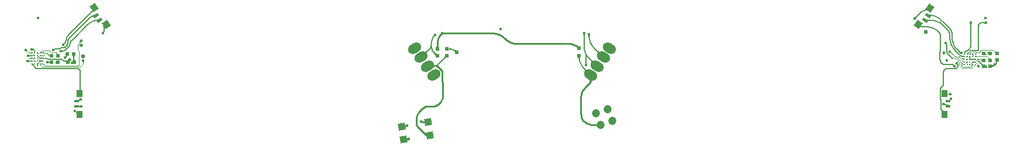
<source format=gtl>
%FSTAX23Y23*%
%MOIN*%
%SFA1B1*%

%IPPOS*%
%AMD22*
4,1,4,0.016100,0.022600,-0.022600,0.016100,-0.016100,-0.022600,0.022600,-0.016100,0.016100,0.022600,0.0*
%
%AMD28*
4,1,4,-0.008300,-0.015500,0.017300,0.002800,0.008300,0.015500,-0.017300,-0.002800,-0.008300,-0.015500,0.0*
%
%AMD29*
4,1,4,-0.025800,0.005700,-0.003000,-0.026200,0.025800,-0.005700,0.003000,0.026200,-0.025800,0.005700,0.0*
%
%AMD30*
4,1,4,0.017300,-0.002800,-0.008300,0.015500,-0.017300,0.002800,0.008300,-0.015500,0.017300,-0.002800,0.0*
%
%AMD31*
4,1,4,0.003000,-0.026200,0.025800,0.005700,-0.003000,0.026200,-0.025800,-0.005700,0.003000,-0.026200,0.0*
%
%AMD51*
4,1,4,-0.006100,-0.029300,0.025400,0.015800,0.006100,0.029300,-0.025400,-0.015800,-0.006100,-0.029300,0.0*
1,1,0.055120,0.009700,-0.006800*
1,1,0.055120,-0.009700,0.006800*
%
%AMD52*
4,1,4,-0.025400,0.015800,0.006100,-0.029300,0.025400,-0.015800,-0.006100,0.029300,-0.025400,0.015800,0.0*
1,1,0.055120,-0.009700,-0.006800*
1,1,0.055120,0.009700,0.006800*
%
%ADD10C,0.010000*%
%ADD13C,0.006000*%
%ADD15C,0.008000*%
G04~CAMADD=22~10~0.0~393.7~0.0~0.0~0.0~0.0~0~0.0~0.0~0.0~0.0~0~0.0~0.0~0.0~0.0~0~0.0~0.0~0.0~369.5~393.7~0.0*
%ADD22D22*%
%ADD23C,0.010000*%
%ADD24R,0.022000X0.023620*%
%ADD25R,0.023620X0.022000*%
%ADD26R,0.031500X0.015750*%
%ADD27R,0.035430X0.039370*%
G04~CAMADD=28~9~0.0~0.0~315.0~157.5~0.0~0.0~0~0.0~0.0~0.0~0.0~0~0.0~0.0~0.0~0.0~0~0.0~0.0~0.0~215.5~346.0~309.0*
%ADD28D28*%
G04~CAMADD=29~9~0.0~0.0~393.7~354.3~0.0~0.0~0~0.0~0.0~0.0~0.0~0~0.0~0.0~0.0~0.0~0~0.0~0.0~0.0~125.5~516.0~523.0*
%ADD29D29*%
G04~CAMADD=30~9~0.0~0.0~315.0~157.5~0.0~0.0~0~0.0~0.0~0.0~0.0~0~0.0~0.0~0.0~0.0~0~0.0~0.0~0.0~324.5~346.0~309.0*
%ADD30D30*%
G04~CAMADD=31~9~0.0~0.0~393.7~354.3~0.0~0.0~0~0.0~0.0~0.0~0.0~0~0.0~0.0~0.0~0.0~0~0.0~0.0~0.0~234.5~516.0~523.0*
%ADD31D31*%
%ADD32R,0.021650X0.021650*%
%ADD36C,0.018000*%
%ADD49C,0.004000*%
%ADD50C,0.006000*%
G04~CAMADD=51~3~0.0~0.0~551.2~787.4~0.0~0.0~0~0.0~0.0~0.0~0.0~0~0.0~0.0~0.0~0.0~0~0.0~0.0~0.0~235.0~740.0~682.0*
%ADD51D51*%
G04~CAMADD=52~3~0.0~0.0~551.2~787.4~0.0~0.0~0~0.0~0.0~0.0~0.0~0~0.0~0.0~0.0~0.0~0~0.0~0.0~0.0~125.0~740.0~682.0*
%ADD52D52*%
%ADD53C,0.047240*%
%ADD54C,0.016000*%
%ADD55C,0.008000*%
%ADD56C,0.024000*%
%ADD57C,0.020000*%
%ADD58C,0.012000*%
%LNfront_flex-1*%
%LPD*%
G36*
X-02388Y00896D02*
X-02389Y00897D01*
X-02389Y00897*
X-02389Y00897*
X-0239Y00897*
X-02391Y00897*
X-02391Y00897*
X-02392Y00896*
X-02393Y00896*
X-02393Y00895*
X-02394Y00894*
X-02398Y00899*
X-02397Y009*
X-02396Y00901*
X-02396Y00902*
X-02395Y00903*
X-02395Y00903*
X-02395Y00904*
X-02395Y00905*
X-02395Y00905*
X-02395Y00906*
X-02395Y00906*
X-02388Y00896*
G37*
G36*
X-02389Y0087D02*
X-0239Y0087D01*
X-02392Y00868*
X-02392Y00868*
X-02393Y00868*
X-02394Y00868*
X-02394Y00867*
X-02381Y00879*
X-0238Y00879*
X-02377Y00881*
X-02375Y00881*
X-02372Y00883*
X-02369Y00884*
X-02366Y00887*
X-02389Y0087*
G37*
G36*
X-02368Y00841D02*
X-02368Y00842D01*
X-02368Y00842*
X-02368Y00842*
X-02368Y00843*
X-02369Y00843*
X-0237Y00843*
X-02371Y00843*
X-02372Y00843*
X-02376Y00843*
X-02368Y0085*
X-02367Y0085*
X-02363Y00851*
X-02362Y00851*
X-02361Y00852*
X-0236Y00852*
X-02359Y00853*
X-02358Y00853*
X-02357Y00854*
X-02357Y00855*
X-02368Y00841*
G37*
G36*
X-02319Y00799D02*
X-0232Y008D01*
X-0232Y00801*
X-02321Y00801*
X-02322Y00802*
X-02322Y00801*
X-02322Y00801*
X-02323Y008*
X-02323Y00799*
X-02323Y00798*
X-02323Y00797*
X-02331Y00802*
X-02331Y00805*
X-02332Y00812*
X-02332Y00814*
X-02332Y00816*
X-02333Y00818*
X-02333Y00819*
X-02334Y0082*
X-02335Y00822*
X-02319Y00799*
G37*
G36*
X-00395Y00776D02*
X-00395Y00776D01*
X-00395Y00776*
X-00394Y00776*
X-00394Y00776*
X-00392Y00776*
X-0039Y00776*
Y00766*
X-00391Y00766*
X-00394Y00766*
X-00395Y00766*
X-00395Y00766*
X-00395Y00765*
X-00395Y00765*
Y00777*
X-00395Y00776*
G37*
G36*
X-00438Y00756D02*
X-00439Y00756D01*
X-00439Y00755*
X-0044Y00755*
X-0044Y00755*
X-00441Y00755*
X-00441Y00754*
X-00442Y00754*
X-00442Y00753*
X-00443Y00753*
X-00443Y00752*
X-00449Y00757*
X-00449Y00758*
X-00448Y0076*
X-00447Y00761*
X-00447Y00761*
X-00447Y00762*
X-00447Y00762*
X-00447Y00763*
Y00763*
X-00438Y00756*
G37*
G36*
X-02456Y00722D02*
X-02457Y00722D01*
X-02458Y00722*
X-02459Y00721*
X-0246Y00721*
X-02461Y00721*
X-02461Y00721*
X-02462Y0072*
X-02462Y0072*
X-02463Y00719*
X-02463Y00719*
X-02466Y00722*
X-02466Y00722*
X-02466Y00723*
X-02465Y00723*
X-02465Y00724*
X-02465Y00725*
X-02465Y00726*
X-02465Y00727*
X-02465Y00727*
X-02465Y00729*
X-02456Y00722*
G37*
G36*
X-0256Y00703D02*
X-0256Y00703D01*
X-0256Y00703*
X-0256Y00703*
X-0256Y00703*
X-0256Y00703*
X-0256Y00702*
X-02561Y00702*
X-02561Y00702*
X-02564Y00705*
X-02564Y00705*
X-02563Y00705*
X-02563Y00705*
X-02563Y00706*
X-02563Y00706*
X-02563Y00706*
X-02563Y00706*
X-02563Y00706*
X-0256Y00703*
G37*
G36*
X-00421Y007D02*
X-00421Y00699D01*
X-0042Y00697*
X-0042Y00696*
X-0042Y00695*
X-00419Y00694*
X-00419Y00693*
X-00418Y00693*
X-00417Y00692*
X-00416Y00692*
X-00436Y00692*
X-00435Y00692*
X-00434Y00693*
X-00433Y00693*
X-00433Y00694*
X-00432Y00695*
X-00432Y00696*
X-00431Y00697*
X-00431Y00699*
X-00431Y007*
X-00431Y00702*
X-00421*
X-00421Y007*
G37*
G36*
X-02733Y00683D02*
X-02733Y00682D01*
X-02732Y00682*
X-02732Y00682*
X-02731Y00681*
X-0273Y00681*
X-0273Y00681*
X-02729Y00681*
X-02728Y00681*
X-02727Y00681*
Y00675*
X-02728Y00675*
X-02729Y00675*
X-0273Y00674*
X-0273Y00674*
X-02731Y00674*
X-02732Y00674*
X-02732Y00673*
X-02733Y00673*
X-02733Y00673*
X-02734Y00672*
Y00683*
X-02733Y00683*
G37*
G36*
X-00483Y00666D02*
X-00484Y00664D01*
X-00485Y00663*
X-00486Y00662*
X-00486Y00661*
X-00487Y0066*
X-00487Y00659*
X-00487Y00659*
X-00487Y00658*
X-00487Y00657*
X-00486Y00657*
X-00498Y00667*
X-00498Y00667*
X-00497Y00667*
X-00496Y00666*
X-00495Y00667*
X-00494Y00667*
X-00493Y00667*
X-00492Y00668*
X-00491Y00669*
X-0049Y0067*
X-00489Y00671*
X-00483Y00666*
G37*
G36*
X-02765Y00675D02*
X-02764Y00673D01*
X-02764Y00672*
X-02764Y00671*
X-02764Y00671*
X-02763Y0067*
X-02763Y00669*
X-02763Y00669*
X-02762Y00668*
X-02765Y00666*
X-02766Y00666*
X-02766Y00666*
X-02767Y00667*
X-02767Y00667*
X-02768Y00667*
X-02769Y00667*
X-0277Y00668*
X-02771Y00668*
X-02772Y00668*
X-02773Y00668*
X-02765Y00676*
X-02765Y00675*
G37*
G36*
X-02568Y00674D02*
X-02567Y00674D01*
X-02566Y00673*
X-02566Y00673*
X-02565Y00673*
X-02565Y00673*
X-02564Y00673*
X-02563Y00673*
X-02562Y00673*
X-02562Y00673*
X-02561Y00667*
X-02562Y00667*
X-02563Y00666*
X-02564Y00666*
X-02565Y00666*
X-02565Y00665*
X-02566Y00665*
X-02566Y00664*
X-02567Y00664*
X-02567Y00663*
X-02568Y00675*
X-02568Y00674*
G37*
G36*
X-0272Y00671D02*
X-0272Y00671D01*
X-0272Y0067*
X-0272Y0067*
X-0272Y00668*
X-0272Y00667*
X-0272Y00667*
X-0272Y00666*
X-0272Y00666*
X-02719Y00665*
X-02719Y00664*
X-02719Y00664*
X-02718Y00663*
X-02718Y00663*
X-02726*
X-02726Y00663*
X-02725Y00664*
X-02725Y00664*
X-02725Y00665*
X-02725Y00666*
X-02724Y00666*
X-02724Y00667*
X-02724Y00667*
X-02724Y00667*
X-02724Y00671*
X-0272*
X-0272Y00671*
G37*
G36*
X-02683Y00664D02*
X-02684Y00664D01*
X-02684Y00664*
X-02684Y00663*
X-02685Y00663*
X-02685Y00662*
X-02685Y00662*
X-02685Y00661*
X-02685Y0066*
X-02686Y0066*
X-02686Y00659*
X-02691Y00665*
X-02691Y00665*
X-0269Y00665*
X-02689Y00665*
X-02689Y00665*
X-02688Y00666*
X-02688Y00666*
X-02687Y00666*
X-02687Y00667*
X-02686Y00667*
X-02686Y00667*
X-02683Y00664*
G37*
G36*
X-02671Y00663D02*
X-02671Y00663D01*
X-0267Y00663*
X-0267Y00663*
X-02669Y00662*
X-02669Y00662*
X-02668Y00662*
X-02667Y00662*
X-02667Y00662*
X-02666Y00662*
Y00658*
X-02667Y00658*
X-02667Y00658*
X-02668Y00658*
X-02669Y00657*
X-02669Y00657*
X-0267Y00657*
X-0267Y00657*
X-02671Y00657*
X-02671Y00656*
X-02672Y00656*
Y00664*
X-02671Y00663*
G37*
G36*
X-02741Y00656D02*
X-02741Y00656D01*
X-02742Y00657*
X-02742Y00657*
X-02743Y00657*
X-02744Y00657*
X-02744Y00657*
X-02745Y00658*
X-02745Y00658*
X-02746Y00658*
X-02746Y00658*
X-02746Y00662*
X-02746Y00662*
X-02745Y00662*
X-02745Y00662*
X-02744Y00662*
X-02744Y00662*
X-02743Y00663*
X-02742Y00663*
X-02742Y00663*
X-02741Y00663*
X-02741Y00664*
Y00656*
G37*
G36*
X-02595Y00657D02*
X-02594Y00656D01*
X-02593Y00656*
X-02593Y00656*
X-02592Y00656*
X-02592Y00655*
X-02591Y00655*
X-0259Y00655*
X-0259Y00655*
X-02601*
X-02601Y00655*
X-026Y00655*
X-026Y00655*
X-026Y00656*
X-026Y00656*
X-026Y00656*
X-026Y00656*
X-026Y00657*
X-02601Y00657*
X-02601Y00658*
X-02596*
X-02595Y00657*
G37*
G36*
X-02639Y00641D02*
X-02639Y00642D01*
X-02639Y00642*
X-0264Y00643*
X-0264Y00643*
X-0264Y00643*
X-02641Y00644*
X-02641Y00644*
X-02642Y00645*
X-02642Y00645*
X-02643Y00645*
X-02643Y0065*
X-02642Y0065*
X-02642Y00649*
X-02641Y00649*
X-02641Y00649*
X-0264Y00649*
X-0264Y00649*
X-0264Y00649*
X-02639Y0065*
X-02639Y0065*
X-02639Y0065*
Y00641*
G37*
G36*
X-02754Y00649D02*
X-02753Y00648D01*
X-02752Y00647*
X-02751Y00647*
X-02751Y00647*
X-0275Y00646*
X-02749Y00646*
X-02749Y00646*
X-02748Y00646*
X-02748Y00642*
X-02749Y00642*
X-02749Y00642*
X-0275Y00642*
X-02751Y00641*
X-02751Y00641*
X-02752Y00641*
X-02753Y0064*
X-02753Y0064*
X-02754Y00639*
X-02755Y00638*
X-02755Y00642*
X-02757Y00642*
Y00646*
X-02757Y00646*
X-02757Y00646*
X-02757Y00646*
X-02756Y00646*
X-02755Y00646*
X-02755Y0065*
X-02754Y00649*
G37*
G36*
X-0044Y00661D02*
X-00434Y00656D01*
X-00433Y00655*
X-00431Y00655*
X-0043Y00654*
X-00429Y00654*
X-00428Y00654*
X-00428Y00654*
X-0044Y00644*
X-00439Y00645*
X-00439Y00645*
X-00439Y00646*
X-0044Y00647*
X-0044Y00649*
X-00441Y0065*
X-00442Y00652*
X-00444Y00653*
X-00448Y00657*
X-00442Y00663*
X-0044Y00661*
G37*
G36*
X-02741Y0064D02*
X-02741Y0064D01*
X-02742Y00641*
X-02742Y00641*
X-02743Y00641*
X-02744Y00642*
X-02744Y00642*
X-02745Y00642*
X-02745Y00642*
X-02746Y00642*
X-02746Y00642*
X-02746Y00646*
X-02746Y00646*
X-02745Y00646*
X-02745Y00646*
X-02744Y00646*
X-02744Y00647*
X-02743Y00647*
X-02742Y00647*
X-02742Y00647*
X-02741Y00648*
X-02741Y00648*
Y0064*
G37*
G36*
X-02701Y00644D02*
X-02701Y00643D01*
X-02701Y00642*
X-02701Y00642*
X-02701Y00641*
X-027Y00641*
X-027Y0064*
X-027Y0064*
X-02699Y00639*
X-02699Y00639*
X-02702Y00636*
X-02703Y00637*
X-02703Y00637*
X-02704Y00638*
X-02704Y00638*
X-02705Y00638*
X-02705Y00638*
X-02706Y00639*
X-02706Y00639*
X-02707Y00639*
X-02707Y00639*
X-02701Y00644*
X-02701Y00644*
G37*
G36*
X-02535Y00639D02*
X-02535Y00639D01*
X-02536Y00639*
X-02537Y00638*
X-02538Y00638*
X-0254Y00637*
X-02541Y00636*
X-02543Y00634*
X-02544Y00633*
X-02551Y00635*
X-0255Y00636*
X-02549Y00637*
X-02548Y00638*
X-02548Y00638*
X-02548Y00638*
X-02548Y00639*
X-02548Y00639*
X-02548Y00639*
X-02534Y00639*
X-02535Y00639*
G37*
G36*
X-02492Y00639D02*
X-02493Y00639D01*
X-02493Y00639*
X-02494Y00638*
X-02494Y00637*
X-02494Y00636*
X-02495Y00635*
X-02495Y00634*
X-02495Y00633*
X-02495Y00631*
X-02503*
X-02503Y00633*
X-02503Y00634*
X-02503Y00635*
X-02504Y00636*
X-02504Y00637*
X-02505Y00638*
X-02505Y00639*
X-02506Y00639*
X-02506Y00639*
X-02507Y00639*
X-02491*
X-02492Y00639*
G37*
G36*
X-02675Y00628D02*
X-02678Y00624D01*
X-02678Y00625*
X-02679Y00625*
X-02679Y00625*
X-0268Y00626*
X-02681Y00626*
X-02681Y00626*
X-02682Y00626*
X-02682Y00626*
X-02683Y00626*
X-02683Y00626*
X-02684Y00626*
X-02684Y00626*
X-02685Y00626*
X-02685Y00626*
X-02686Y00625*
X-02687Y00625*
X-02687Y00625*
X-02688Y00624*
Y00632*
X-02687Y00632*
X-02687Y00632*
X-02686Y00631*
X-02685Y00631*
X-02685Y00631*
X-02684Y00631*
X-02684Y0063*
X-02683Y0063*
X-02683Y0063*
X-02682Y0063*
X-02682Y0063*
X-02681Y00631*
X-02681Y00631*
X-0268Y00631*
X-02679Y00631*
X-02679Y00632*
X-02678Y00632*
X-02678Y00632*
X-02675Y00628*
G37*
G36*
X-02741Y0063D02*
X-0274Y0063D01*
Y00626*
X-0274Y00626*
X-02741Y00626*
X-02741Y00626*
X-02741Y00624*
X-02741Y00624*
X-02742Y00625*
X-02742Y00625*
X-02743Y00625*
X-02743Y00625*
X-02744Y00626*
X-02744Y00626*
X-02745Y00626*
X-02745Y00626*
X-02745Y00625*
X-02745Y00625*
X-02745Y00625*
X-02746Y00625*
X-02746Y00626*
X-02746Y00626*
Y00627*
X-02747Y0063*
X-02746Y0063*
X-02746Y0063*
X-02746Y0063*
X-02746Y0063*
X-02746Y0063*
X-02746Y0063*
X-02745Y0063*
X-02745Y0063*
X-02745Y0063*
X-02744Y0063*
X-02744Y0063*
X-02743Y00631*
X-02743Y00631*
X-02742Y00631*
X-02742Y00632*
X-02741Y00632*
X-02741Y0063*
G37*
G36*
X-02695Y00635D02*
X-02695Y00635D01*
X-02694Y00634*
X-02694Y00634*
X-02693Y00634*
X-02693Y00634*
X-02692Y00634*
X-02692Y00633*
X-02691Y00633*
X-0269Y00633*
X-02696Y00627*
X-02696Y00628*
X-02696Y00629*
X-02696Y00629*
X-02696Y0063*
X-02696Y0063*
X-02697Y00631*
X-02697Y00631*
X-02697Y00632*
X-02698Y00632*
X-02698Y00632*
X-02696Y00636*
X-02695Y00635*
G37*
G36*
X-02671Y00632D02*
X-02671Y00632D01*
X-0267Y00631*
X-0267Y00631*
X-02669Y00631*
X-02669Y00631*
X-02668Y0063*
X-02667Y0063*
X-02667Y0063*
X-02666Y0063*
X-02661Y00631*
Y00626*
X-02661Y00626*
X-02662Y00626*
X-02662Y00626*
X-02663Y00626*
X-02666Y00626*
X-02667Y00626*
X-02667Y00626*
X-02668Y00626*
X-02669Y00626*
X-02669Y00626*
X-0267Y00626*
X-0267Y00625*
X-02671Y00625*
X-02671Y00625*
X-02672Y00624*
X-02675Y00628*
X-02672Y00632*
X-02671Y00632*
G37*
G36*
X-02701Y00628D02*
X-02701Y00628D01*
X-02701Y00627*
X-02701Y00627*
X-02701Y00626*
X-027Y00626*
X-027Y00625*
X-027Y00625*
X-02699Y00624*
X-02699Y00624*
X-02702Y00621*
X-02702Y00621*
X-02703Y00622*
X-02703Y00622*
X-02704Y00622*
X-02704Y00622*
X-02705Y00623*
X-02705Y00623*
X-02706Y00623*
X-02706Y00623*
X-02707Y00623*
X-02701Y00629*
X-02701Y00628*
G37*
G36*
X-02495Y00623D02*
X-02495Y00622D01*
X-02495Y00621*
X-02494Y0062*
X-02494Y00619*
X-02494Y00618*
X-02493Y00618*
X-02493Y00617*
X-02492Y00617*
X-02491Y00617*
X-02506*
X-02505Y00617*
X-02505Y00617*
X-02504Y00618*
X-02504Y00618*
X-02504Y00619*
X-02504Y0062*
X-02503Y00621*
X-02503Y00622*
X-02503Y00623*
X-02503Y00625*
X-02495*
X-02495Y00623*
G37*
G36*
X-02522Y00617D02*
X-02522D01*
X-02522Y00617*
X-02522Y00617*
X-02522Y00617*
X-02522Y00617*
X-02522Y00617*
Y00617*
X-02522Y00617*
X-02522Y00617*
X-02522Y00617*
X-02522Y00617*
X-0253*
X-0253Y00617*
X-0253Y00617*
X-0253Y00617*
X-02529Y00617*
X-02529Y00618*
X-02528Y00619*
X-02526Y00621*
X-02522Y00617*
G37*
G36*
X-02678Y00609D02*
X-02678Y00609D01*
X-02679Y00609*
X-02679Y0061*
X-0268Y0061*
X-02681Y0061*
X-02681Y0061*
X-02682Y0061*
X-02682Y0061*
X-02683Y00611*
X-02683Y0061*
X-02684Y0061*
X-02684Y0061*
X-02685Y0061*
X-02685Y0061*
X-02686Y0061*
X-02687Y00609*
X-02687Y00609*
X-02688Y00609*
Y00617*
X-02687Y00616*
X-02687Y00616*
X-02686Y00616*
X-02685Y00615*
X-02685Y00615*
X-02684Y00615*
X-02684Y00615*
X-02683Y00615*
X-02683Y00615*
X-02682Y00615*
X-02682Y00615*
X-02681Y00615*
X-02681Y00615*
X-0268Y00615*
X-02679Y00616*
X-02679Y00616*
X-02678Y00616*
X-02678Y00617*
Y00609*
G37*
G36*
X-02741D02*
X-02741Y00609D01*
X-02742Y00609*
X-02742Y0061*
X-02743Y0061*
X-02744Y0061*
X-02744Y0061*
X-02745Y0061*
X-02745Y0061*
X-02746Y00611*
X-02746Y00611*
X-02746Y00615*
X-02746Y00615*
X-02745Y00615*
X-02745Y00615*
X-02744Y00615*
X-02744Y00615*
X-02743Y00615*
X-02742Y00616*
X-02742Y00616*
X-02741Y00616*
X-02741Y00617*
Y00609*
G37*
G36*
X-02524Y00608D02*
X-02525D01*
X-02526Y00608*
X-02527Y00608*
X-02528Y00608*
X-02529Y00608*
X-0253Y00607*
X-02531Y00607*
X-02532Y00607*
X-02532Y00606*
X-02533Y00605*
X-02537Y0061*
X-02537Y0061*
X-02536Y00611*
X-02536Y00612*
X-02535Y00613*
X-02535Y00613*
X-02535Y00614*
X-02534Y00615*
X-02534Y00616*
X-02534Y00617*
X-02534Y00618*
X-02524Y00608*
G37*
G36*
X-02543Y00616D02*
X-02543Y00616D01*
X-02543Y00616*
X-02544Y00616*
Y00615*
Y00615*
Y00608*
X-02544Y00608*
X-02544Y00608*
X-02544Y00608*
X-02544Y00608*
X-02545Y00609*
X-02546Y0061*
X-02548Y00611*
X-02544Y00616*
X-02544Y00616*
X-02544Y00616*
X-02544Y00616*
X-02544Y00616*
X-02544Y00616*
X-02543Y00616*
X-02543*
G37*
G36*
X-02756Y00617D02*
X-02754Y00616D01*
X-02753Y00616*
X-02753Y00615*
X-02752Y00615*
X-02751Y00615*
X-02751Y00615*
X-0275Y00615*
X-02749Y00615*
X-02749Y00611*
X-0275Y00611*
X-0275Y0061*
X-02751Y0061*
X-02752Y0061*
X-02752Y0061*
X-02753Y00609*
X-02754Y00609*
X-02754Y00608*
X-02755Y00607*
X-02755Y00607*
X-02756Y00618*
X-02756Y00617*
G37*
G36*
X-02695Y0062D02*
X-02694Y00619D01*
X-02694Y00619*
X-02693Y00619*
X-02693Y00618*
X-02692Y00618*
X-02692Y00618*
X-02691Y00618*
X-02691Y00618*
X-0269Y00618*
X-02695Y00613*
X-0269Y00608*
X-02691Y00608*
X-02691Y00607*
X-02692Y00607*
X-02692Y00607*
X-02693Y00607*
X-02693Y00606*
X-02694Y00606*
X-02694Y00606*
X-02695Y00605*
X-02695Y00605*
X-02698Y00608*
X-02698Y00608*
X-02697Y00609*
X-02697Y00609*
X-02697Y0061*
X-02696Y0061*
X-02696Y00611*
X-02696Y00611*
X-02696Y00612*
X-02696Y00613*
X-02696Y00613*
X-02696Y00614*
X-02696Y00614*
X-02696Y00615*
X-02697Y00615*
X-02697Y00616*
X-02697Y00616*
X-02698Y00617*
X-02698Y00617*
X-02695Y0062*
X-02695Y0062*
G37*
G36*
X-02441Y00608D02*
X-02442Y00607D01*
X-02443Y00606*
X-02443Y00606*
X-02443Y00605*
X-02444Y00604*
X-02444Y00603*
X-02444Y00603*
X-02444Y00602*
X-02448*
X-02448Y00603*
X-02448Y00603*
X-02448Y00604*
X-02448Y00605*
X-02449Y00606*
X-02449Y00606*
X-0245Y00607*
X-0245Y00608*
X-02451Y00608*
X-02452Y00609*
X-0244*
X-02441Y00608*
G37*
G36*
X-02642Y00611D02*
X-02641Y0061D01*
X-0264Y00609*
X-0264Y00609*
X-02639Y00609*
X-02639Y00609*
X-02639Y0061*
Y00609*
X-02639Y00608*
X-02638Y00608*
X-02637Y00608*
X-02637Y00608*
X-02636Y00608*
Y00604*
X-02637Y00604*
X-02637Y00604*
X-02638Y00603*
X-02639Y00603*
X-02639Y00603*
Y00602*
X-02639Y00602*
X-02639Y00603*
X-0264Y00603*
X-0264Y00603*
X-02641Y00602*
X-02641Y00601*
X-02642Y00601*
X-02643Y006*
Y00604*
X-02643Y00604*
Y00608*
X-02643Y00608*
Y00611*
X-02642Y00611*
G37*
G36*
X-02591Y00607D02*
X-0259Y00606D01*
X-02589Y00605*
X-02588Y00605*
X-02588Y00605*
X-02587Y00604*
X-02586Y00604*
X-02586Y00604*
X-02585Y00604*
Y006*
X-02586Y006*
X-02586Y006*
X-02587Y006*
X-02588Y00599*
X-02588Y00599*
X-02589Y00599*
X-0259Y00598*
X-02591Y00598*
X-02591Y00597*
X-02592Y00596*
Y00608*
X-02591Y00607*
G37*
G36*
X-02699Y00601D02*
X-02699Y00601D01*
X-027Y00601*
X-027Y006*
X-027Y006*
X-02701Y00599*
X-02701Y00599*
X-02701Y00598*
X-02701Y00597*
X-02701Y00597*
X-02701Y00596*
X-02707Y00602*
X-02706Y00602*
X-02706Y00602*
X-02705Y00602*
X-02705Y00602*
X-02704Y00603*
X-02704Y00603*
X-02703Y00603*
X-02703Y00604*
X-02702Y00604*
X-02702Y00604*
X-02699Y00601*
G37*
G36*
X-02704Y00594D02*
X-02702Y00594D01*
X-02703Y00593*
X-02703Y00593*
X-02703Y00592*
X-02704Y00592*
X-02704Y00591*
X-02704Y00591*
X-02703Y00591*
X-02703Y0059*
X-02703Y0059*
X-02702Y00589*
X-02704*
X-02704Y00589*
X-02704Y00588*
X-02708Y00588*
X-02708Y00589*
X-02709Y00589*
X-02711*
X-0271Y0059*
X-0271Y0059*
X-0271Y00591*
X-02709Y00591*
X-02709Y00591*
X-02709Y00592*
X-02709Y00592*
X-0271Y00593*
X-0271Y00593*
X-0271Y00594*
X-02708Y00594*
X-02708Y00594*
X-02704*
X-02704Y00594*
G37*
G36*
X-0267Y00597D02*
X-0267Y00596D01*
X-02669Y00596*
X-02669Y00595*
X-02669Y00595*
X-02669Y00594*
X-02668Y00594*
X-02668Y00593*
X-02668Y00593*
X-02667Y00592*
X-0267Y00589*
X-02671Y0059*
X-02671Y0059*
X-02672Y0059*
X-02672Y00591*
X-02673Y00591*
X-02673Y00591*
X-02674Y00591*
X-02674Y00592*
X-02675Y00592*
X-02676Y00592*
X-0267Y00598*
X-0267Y00597*
G37*
G36*
X-02688Y00593D02*
X-02688Y00592D01*
X-02688Y00592*
X-02688Y00592*
X-02688Y00591*
X-02688Y00591*
X-02688Y0059*
X-02689Y0059*
X-02689Y00589*
X-02693*
X-02693Y00589*
X-02693Y0059*
X-02693Y00591*
X-02693Y00591*
X-02693Y00592*
X-02693Y00592*
X-02693Y00592*
X-02694Y00593*
X-02694Y00593*
X-02687*
X-02688Y00593*
G37*
G36*
X-02733Y00596D02*
X-02733Y00596D01*
X-02733Y00595*
X-02732Y00594*
X-02732Y00594*
X-02732Y00593*
X-02731Y00593*
X-0273Y00592*
X-02729Y0059*
X-02735Y00588*
X-02739Y00592*
X-02733Y00597*
X-02733Y00596*
G37*
G36*
X-00446Y00591D02*
X-00446Y00591D01*
X-00445Y0059*
X-00445Y0059*
X-00444Y00589*
X-00443Y00589*
X-00442Y00589*
X-00441*
X-0044Y00589*
X-00438Y00589*
X-0044Y00581*
X-00442Y0058*
X-00445Y00579*
X-00446Y00579*
X-00447Y00578*
X-00448Y00578*
X-00449Y00577*
X-0045Y00577*
X-0045Y00576*
X-0045Y00575*
X-00446Y00592*
X-00446Y00591*
G37*
G36*
X-0246Y0045D02*
X-02459Y00449D01*
X-02459Y00448*
X-02459Y00447*
X-02459Y00446*
X-02459Y00446*
X-02458Y00445*
X-02458Y00445*
X-02457Y00445*
X-02457Y00445*
X-02469*
X-02468Y00445*
X-02468Y00445*
X-02467Y00445*
X-02467Y00446*
X-02466Y00446*
X-02466Y00447*
X-02466Y00448*
X-02466Y00449*
X-02466Y0045*
X-02466Y00451*
X-0246*
X-0246Y0045*
G37*
G36*
X-02463Y00389D02*
X-02464Y00388D01*
X-02464Y00387*
X-02463Y00384*
X-02464Y00384*
X-02464Y00384*
X-02465Y00384*
X-02466Y00384*
X-02466Y00384*
X-02467Y00384*
X-02467Y00383*
X-02467Y00383*
X-02467Y00382*
X-02467Y00382*
X-02467Y00382*
X-02468Y00383*
X-02469Y00383*
X-02469Y00382*
X-02472Y00388*
X-02472Y00388*
X-02472Y00388*
X-02473Y0039*
X-02472Y0039*
X-02472Y00389*
X-02472Y0039*
X-02471Y0039*
X-0247Y0039*
X-0247Y0039*
X-0247Y00391*
X-0247Y00391*
X-02469Y00392*
X-02469Y00393*
X-02469Y00393*
X-02469Y00394*
X-02468Y00392*
X-02467Y00393*
X-02466Y00394*
X-02463Y00389*
G37*
G36*
X-02467Y00356D02*
X-02467Y00356D01*
X-02467Y00355*
X-02466Y00355*
X-02466Y00355*
X-02466Y00355*
X-02465Y00355*
X-02465Y00355*
X-02464Y00356*
X-02464Y00356*
Y00354*
X-02463Y00354*
X-02462Y00354*
X-02461Y00354*
Y00348*
X-02462Y00348*
X-02463Y00348*
X-02464Y00348*
Y00345*
X-02464Y00346*
X-02465Y00346*
X-02465Y00347*
X-02466Y00347*
X-02466*
X-02466Y00347*
X-02467Y00346*
X-02467Y00346*
X-02467Y00345*
X-02467Y00345*
Y00347*
X-02467Y00347*
X-02468Y00348*
X-02469Y00348*
X-02469Y00348*
X-0247Y00348*
Y00354*
X-02469Y00354*
X-02469Y00354*
X-02468Y00354*
X-02467Y00354*
X-02467Y00354*
Y00357*
X-02467Y00356*
G37*
G36*
X-02483Y00306D02*
X-02483Y00307D01*
X-02483Y00307*
X-02483Y00308*
X-02483Y00308*
X-02483Y00309*
X-02484Y00309*
X-02484Y0031*
X-02484Y00311*
X-02485Y00311*
X-02485Y00312*
Y00317*
X-02485Y00317*
X-02484Y00316*
X-02484Y00316*
X-02484Y00316*
X-02483Y00316*
X-02483Y00316*
X-02483Y00316*
X-02483Y00316*
X-02483Y00317*
X-02483Y00317*
Y00306*
G37*
G36*
X-00488Y00179D02*
X-00488Y0018D01*
X-00488Y0018*
X-00489Y00181*
X-00489Y00182*
X-0049Y00183*
X-00492Y00184*
X-00495Y00186*
X-00497Y00187*
X-00491Y00195*
X-00491Y00195*
X-00491Y00195*
X-00491Y00195*
X-00491Y00195*
X-0049Y00196*
X-0049Y00196*
X-0049Y00196*
Y00196*
X-0049Y00197*
X-00491Y00197*
X-00488Y00179*
G37*
G36*
X-006Y00171D02*
X-006Y0017D01*
X-006Y00169*
X-00599Y00169*
X-00599Y00169*
X-00598Y00169*
X-00597Y00169*
X-00596Y00169*
X-00595Y00169*
X-00594Y0017*
X-00589Y00161*
X-00591Y0016*
X-00594Y00158*
X-00595Y00157*
X-00596Y00156*
X-00596Y00155*
X-00597Y00154*
X-00597Y00153*
X-00597Y00153*
X-00597Y00152*
X-00601Y00172*
X-006Y00171*
G37*
G36*
X02371Y00901D02*
X0237Y00901D01*
X02369Y00902*
X02368Y00902*
X02367Y00902*
X02366Y00903*
X02365Y00903*
X02363Y00903*
X02362Y00903*
X02361Y00903*
X02359Y00902*
X0235Y00908*
X0235Y00908*
X02351Y00909*
X02352Y00909*
X02352Y00909*
X02353Y00909*
X02353Y0091*
X02354Y0091*
X02354Y00911*
X02355Y00911*
X02355Y00912*
X02371Y00901*
G37*
G36*
X02369Y00882D02*
X0237Y00882D01*
X02372Y00881*
X02373Y00881*
X02374Y0088*
X02378Y00879*
X0238Y00879*
X02384Y00879*
X02388Y00872*
X02387Y00872*
X02386Y00872*
X02386Y00872*
X02385Y00872*
X02385Y00872*
X02385Y00871*
X02385Y00871*
X02385Y00871*
X02386Y0087*
X02387Y0087*
X02368Y00883*
X02369Y00882*
G37*
G36*
X02306Y00863D02*
X02305Y00862D01*
X02304Y00861*
X02304Y0086*
X02303Y0086*
X02303Y00859*
X02303Y00859*
X02303Y00858*
X02302Y00858*
X02302Y00857*
X02294Y00865*
X02295Y00865*
X02295Y00865*
X02296Y00866*
X02296Y00866*
X02297Y00866*
X02298Y00866*
X02298Y00867*
X02299Y00867*
X023Y00868*
X02306Y00863*
G37*
G36*
X02357Y00852D02*
X02358Y00851D01*
X02359Y00851*
X0236Y00851*
X02361Y0085*
X02362Y0085*
X02363Y0085*
X02364Y0085*
X02365Y0085*
X02367Y0085*
X02375Y00844*
X02369Y00844*
X02356Y00853*
X02357Y00852*
G37*
G36*
X02694Y00826D02*
X02693Y00826D01*
X02693Y00827*
X02692Y00827*
X02691Y00828*
X02691Y00828*
X0269Y00828*
X02689Y00828*
X02689Y00828*
X02688Y00828*
X02687Y00828*
Y00834*
X02688Y00834*
X02689Y00835*
X02689Y00835*
X0269Y00835*
X02691Y00835*
X02691Y00835*
X02692Y00836*
X02693Y00836*
X02693Y00837*
X02694Y00837*
Y00826*
G37*
G36*
X0262Y00827D02*
X0262Y00826D01*
X02619Y00825*
X02619Y00825*
X02619Y00824*
X02618Y00824*
X02618Y00823*
X02618Y00822*
X02618Y00821*
X02618Y00821*
X02612*
X02612Y00821*
X02612Y00822*
X02612Y00823*
X02612Y00824*
X02611Y00824*
X02611Y00825*
X02611Y00825*
X0261Y00826*
X0261Y00827*
X02609Y00827*
X02621*
X0262Y00827*
G37*
G36*
X00414Y00768D02*
X00414Y00768D01*
X00414Y00767*
X00413Y00767*
X00413Y00766*
X00413Y00765*
X00413Y00765*
X00413Y00764*
X00413Y00762*
X00405*
X00405Y00763*
X00405Y00765*
X00405Y00765*
X00404Y00766*
X00404Y00767*
X00404Y00767*
X00404Y00768*
X00404Y00768*
X00403Y00768*
X00414*
X00414Y00768*
G37*
G36*
X00443Y00759D02*
X00443Y00758D01*
X00443Y00758*
X00443Y00757*
X00442Y00757*
X00442Y00756*
X00442Y00755*
X00442Y00754*
X00442Y00752*
X00434Y00752*
X00434Y00753*
X00434Y00756*
X00434Y00757*
X00433Y00757*
X00433Y00758*
X00433Y00759*
X00433Y00759*
X00432Y00759*
X00444*
X00443Y00759*
G37*
G36*
X02478Y00713D02*
X02477Y00713D01*
X02478Y00712*
X02478Y00712*
X02478Y00711*
X02478Y0071*
X02478Y0071*
X02479Y00709*
X02479Y00708*
X0248Y00708*
X02474Y00705*
X02474Y00705*
X02473Y00706*
X02473Y00706*
X02472Y00707*
X02472Y00707*
X02471Y00707*
X0247Y00708*
X0247Y00708*
X02469Y00708*
X02468Y00708*
X02478Y00714*
X02478Y00713*
G37*
G36*
X00371Y00701D02*
X00376Y00699D01*
X00378Y00698*
X0038Y00697*
X00381Y00697*
X00383Y00696*
X00384Y00696*
X00385Y00697*
X00386Y00697*
X0037Y00684*
X00371Y00685*
X00371Y00685*
X00371Y00686*
X00371Y00687*
X0037Y00688*
X00369Y0069*
X00368Y00691*
X00366Y00692*
X00364Y00694*
X00362Y00695*
X00368Y00703*
X00371Y00701*
G37*
G36*
X-0036Y00689D02*
X-0036Y00688D01*
X-00359Y00687*
X-00359Y00687*
X-00358Y00686*
X-00357Y00686*
X-00356Y00685*
X-00355Y00685*
X-00353Y00685*
X-00352Y00685*
X-00352Y00677*
X-00353Y00677*
X-00355Y00677*
X-00356Y00677*
X-00357Y00677*
X-00358Y00676*
X-00359Y00676*
X-00359Y00675*
X-0036Y00675*
X-0036Y00674*
X-0036Y00673*
Y00689*
X-0036Y00689*
G37*
G36*
X02753Y00658D02*
X02753Y00658D01*
X02753Y00659*
X02753Y00659*
X02753Y00659*
X02752Y0066*
X02752Y0066*
X02751Y00661*
X02751Y00662*
X0275Y00662*
X02752Y00666*
X02752Y00666*
X02752Y00666*
X02753Y00666*
X02753*
X02753Y00666*
X02753Y00666*
X02753Y00666*
X02753Y00666*
X02753Y00666*
X02753Y00667*
Y00658*
G37*
G36*
X-00326Y00676D02*
X-00325Y00676D01*
X-00324Y00675*
X-00323Y00675*
X-00322Y00675*
X-00321Y00675*
X-0032Y00674*
X-00319Y00674*
X-00317Y00674*
X-00316Y00674*
X-00327Y00662*
X-00327Y00663*
X-00327Y00664*
X-00328Y00665*
X-00328Y00666*
X-00329Y00667*
X-00329Y00668*
X-0033Y00669*
X-00331Y00669*
X-00331Y0067*
X-00332Y0067*
X-00327Y00677*
X-00326Y00676*
G37*
G36*
X02713Y00663D02*
X02713Y00663D01*
X02713Y00663*
X02714Y00663*
X02714Y00663*
X02714Y00663*
X02715Y00662*
X02715Y00662*
X02716Y00662*
Y00658*
X02715Y00658*
X02715Y00658*
X02714Y00658*
X02714Y00658*
X02714Y00658*
X02713Y00658*
X02713Y00658*
X02713Y00658*
X02713Y00658*
Y00663*
X02713Y00663*
G37*
G36*
X02501Y00666D02*
X02501Y00664D01*
X02501Y00664*
X02501Y00663*
X02502Y00662*
X02502Y00661*
X02502Y00661*
X02503Y0066*
X02503Y0066*
X025Y00657*
X025Y00657*
X02499Y00658*
X02499Y00658*
X02498Y00658*
X02497Y00659*
X02497Y00659*
X02496Y00659*
X02495Y00659*
X02494Y00659*
X02493Y00659*
X02501Y00667*
X02501Y00666*
G37*
G36*
X0049Y0067D02*
X00491Y00669D01*
X00492Y00668*
X00493Y00667*
X00494Y00667*
X00495Y00667*
X00496Y00666*
X00497Y00667*
X00498Y00667*
X00498Y00667*
X00486Y00657*
X00487Y00657*
X00487Y00658*
X00487Y00659*
X00487Y00659*
X00487Y0066*
X00486Y00661*
X00486Y00662*
X00485Y00663*
X00484Y00664*
X00483Y00666*
X00489Y00671*
X0049Y0067*
G37*
G36*
X02551Y00667D02*
X02552Y00667D01*
X02552Y00666*
X02553Y00666*
X02553Y00666*
X02554Y00666*
X02554Y00666*
X02555Y00666*
X02555Y00666*
X02556Y00666*
X02554Y00656*
X02553Y00656*
X02553Y00656*
X02547Y00662*
X0255Y00668*
X02551Y00667*
G37*
G36*
X02613Y00662D02*
X02613Y00655D01*
X02607Y00659*
X02608Y00659*
X02608Y00659*
X02608Y0066*
X02609Y0066*
X02609Y0066*
X02609Y0066*
X02609Y00661*
X02609Y00661*
X02609Y00662*
X02609Y00662*
X02613Y00662*
G37*
G36*
X026Y00659D02*
X02599Y00659D01*
X02599Y00658*
X02599Y00658*
X02598Y00657*
X02598Y00657*
X02598Y00656*
X02598Y00655*
X02598Y00655*
X02597Y00654*
X02597Y00654*
X02592Y00659*
X02592Y00659*
X02593Y00659*
X02594Y0066*
X02594Y0066*
X02595Y0066*
X02595Y0066*
X02596Y00661*
X02596Y00661*
X02597Y00661*
X02597Y00662*
X026Y00659*
G37*
G36*
X02697Y0065D02*
X02697Y0065D01*
X02698Y0065*
X02698Y0065*
X02698Y0065*
X02698Y0065*
X02699Y0065*
X027Y0065*
Y00646*
X02699*
X02698Y00646*
X02698Y00646*
X02698Y00646*
X02697Y00646*
X02697Y00646*
X02697Y00646*
Y0065*
X02697Y0065*
G37*
G36*
X02573Y00635D02*
X02573Y00635D01*
X02572Y00635*
X02572Y00636*
X02571Y00636*
X02571Y00636*
X0257Y00636*
X02568Y00636*
X02567Y00636*
X02566Y00636*
X02567Y00642*
X02574Y00643*
X02573Y00635*
G37*
G36*
X02643Y00642D02*
X02644Y00642D01*
X02644Y00642*
X02645Y00641*
X02645Y00641*
X02646Y00641*
X02646Y00641*
X02647Y00641*
X02648Y00641*
X02648Y00641*
X02648Y00637*
X02648Y00637*
X02647Y00636*
X02646Y00636*
X02646Y00636*
X02645Y00636*
X02645Y00636*
X02644Y00636*
X02644Y00635*
X02643Y00635*
X02643Y00635*
X02643Y00643*
X02643Y00642*
G37*
G36*
X-00372Y00633D02*
X-00373Y00633D01*
X-00374Y00633*
X-00375Y00633*
X-00375Y00633*
X-00377Y00633*
X-00378Y00632*
X-00379Y00631*
X-0038Y0063*
X-00384Y00627*
X-00389Y00633*
X-00387Y00635*
X-00385Y00638*
X-00384Y00639*
X-00383Y0064*
X-00383Y00641*
X-00383Y00642*
X-00383Y00643*
X-00383Y00644*
X-00383Y00644*
X-00372Y00633*
G37*
G36*
X02551Y00636D02*
X02551Y00635D01*
X02551Y00635*
X02551Y00635*
X02552Y00635*
X02552Y00634*
X02552Y00634*
X02552Y00634*
X02553Y00633*
X0255Y0063*
X0255Y00631*
X02549Y00631*
X02549Y00631*
X02548Y00631*
X02548Y00632*
X02548Y00632*
X02548Y00632*
X02547Y00632*
X02547Y00632*
X02551Y00636*
X02551Y00636*
G37*
G36*
X02637Y00625D02*
X02638Y00625D01*
Y00621*
X02638Y00621*
X02637Y00621*
X02637Y00621*
X02637Y00621*
Y00619*
X02636Y00619*
X02636Y0062*
X02635Y0062*
X02634Y0062*
X02634Y0062*
X02633Y0062*
X02633Y00621*
X02632Y00621*
X02632Y00621*
X02631Y00621*
X02631Y00621*
X0263Y0062*
X0263Y0062*
X02629Y0062*
X02629Y0062*
X02628Y0062*
X02627Y00619*
X02627Y00619*
X02627Y00627*
X02627Y00626*
X02628Y00626*
X02629Y00626*
X02629Y00626*
X0263Y00625*
X0263Y00625*
X02631Y00625*
X02631Y00625*
X02632Y00625*
X02632Y00625*
X02633Y00625*
X02633Y00625*
X02634Y00625*
X02634Y00626*
X02635Y00626*
X02636Y00626*
X02636Y00626*
X02637Y00627*
Y00625*
G37*
G36*
X02716Y0063D02*
X02717Y00629D01*
X02718Y00629*
X02718Y00628*
X02719Y00628*
X02719Y00628*
X0272Y00628*
X0272Y00628*
X02721Y00628*
X02714Y00624*
X02714Y00624*
X02714Y00624*
X02714Y00625*
X02714Y00625*
X02714Y00626*
X02713Y00626*
X02713Y00627*
X02712Y00628*
X02711Y0063*
X02715Y00631*
X02716Y0063*
G37*
G36*
X02645Y00623D02*
X02645Y00622D01*
X02645Y00622*
X02645Y00621*
X02645Y00621*
X02646Y0062*
X02646Y0062*
X02646Y00619*
X02647Y00619*
X02647Y00618*
X02644Y00615*
X02644Y00616*
X02643Y00616*
X02643Y00616*
X02642Y00617*
X02642Y00617*
X02641Y00617*
X02641Y00617*
X0264Y00618*
X0264Y00618*
X02639Y00618*
X0264Y00619*
X02639Y0062*
X02643Y00623*
X02643Y00623*
X02643Y00623*
X02643Y00623*
X02643Y00622*
X02645Y00624*
X02645Y00623*
G37*
G36*
X00389Y0063D02*
X00388Y0063D01*
X00387Y00629*
X00387Y00629*
X00387Y00628*
X00386Y00627*
X00386Y00626*
X00386Y00625*
X00386Y00623*
X00386Y00622*
X00378Y00622*
X00378Y00623*
X00378Y00625*
X00377Y00626*
X00377Y00627*
X00376Y00628*
X00376Y00629*
X00375Y00629*
X00375Y0063*
X00374Y0063*
X00373Y0063*
X00389*
X00389Y0063*
G37*
G36*
X02569Y00628D02*
X0257Y00628D01*
X0257Y00628*
X0257Y00628*
X0257Y00628*
X02571Y00628*
X02571Y00628*
X02571Y00628*
X02572Y00628*
X02575*
X02572Y00621*
X02572Y00622*
X02571Y00622*
X02571Y00622*
X02571Y00623*
X0257Y00623*
X0257Y00623*
X0257Y00623*
X02569Y00623*
X02569Y00623*
X02569Y00623*
X02569Y00623*
X02569Y00623*
X02568Y00624*
X02568Y00624*
X02568Y00628*
X02569*
X02569Y00628*
X02569Y00628*
G37*
G36*
X02656Y00626D02*
X02656Y00626D01*
X02657Y00626*
X02657Y00626*
X02657Y00626*
X02657Y00626*
X02658Y00626*
X02658Y00626*
X02659Y00626*
Y00622*
X02659Y00622*
X02658Y00622*
X02657Y00622*
X02657Y00622*
X02657Y00622*
X02657Y00621*
X02656Y00621*
X02656Y00621*
X02656Y00621*
Y00627*
X02656Y00626*
G37*
G36*
X02612Y00635D02*
X02611Y00634D01*
X02611Y00634*
X02611Y00633*
X02611Y00633*
X0261Y00632*
X0261Y00632*
X0261Y00631*
X0261Y00631*
X0261Y0063*
X0261Y0063*
X0261Y00629*
X02611Y00629*
X02611Y00628*
X02611Y00627*
X02611Y00627*
X02612Y00626*
X02612Y00626*
X02613Y00626*
X02613Y00626*
X02614Y00625*
X02614Y00625*
X02615Y00625*
X02616Y00625*
X02616Y00625*
X02616Y00625*
X02617Y00625*
X02618Y00625*
X02618Y00625*
X02619Y00626*
X02619Y00626*
X0262Y00626*
X0262Y00626*
X02621Y00627*
X02621Y00619*
X0262Y00619*
X0262Y0062*
X02619Y0062*
X02619Y0062*
X02618Y0062*
X02618Y0062*
X02617Y00621*
X02616Y00621*
X02616Y00621*
X02616Y00621*
X02615Y00621*
X02614Y0062*
X02614Y0062*
X02613Y0062*
X02613Y0062*
X02612Y0062*
X02612Y00619*
X02611Y00619*
Y00621*
X0261Y00621*
Y00625*
X02606*
X02606Y00625*
X02606Y00625*
X02606Y00625*
X02606Y00626*
X02604*
X02605Y00626*
X02605Y00627*
X02605Y00627*
X02605Y00628*
X02606Y00629*
X02606Y00629*
X02606Y0063*
X02606Y0063*
X02606Y00631*
X02606Y00631*
X02606Y00632*
X02606Y00632*
X02606Y00633*
X02605Y00633*
X02605Y00634*
X02605Y00634*
X02605Y00635*
X02604Y00636*
X02612*
X02612Y00635*
G37*
G36*
X02676Y00614D02*
X02676Y00614D01*
X02676Y00615*
X02676Y00615*
X02675Y00615*
X02675Y00615*
X02674Y00615*
X02674Y00616*
X02673Y00616*
X02673Y00616*
X02672Y00616*
Y0062*
X02673Y0062*
X02673Y0062*
X02674Y0062*
X02674Y0062*
X02675Y0062*
X02675Y00621*
X02676Y00621*
X02676Y00621*
X02676Y00621*
X02676Y00622*
Y00614*
G37*
G36*
X02655Y00611D02*
X02655Y00611D01*
X02655Y00611*
X02654Y00611*
X02653Y00611*
X02652Y00611*
X0265Y00611*
Y00615*
X02651*
X02655Y00615*
X02655Y00615*
Y00611*
G37*
G36*
X02637Y00603D02*
X02636Y00603D01*
X02636Y00604*
X02635Y00604*
X02634Y00604*
X02634Y00605*
X02633Y00605*
X02633Y00605*
X02632Y00605*
X02632Y00605*
X02631Y00605*
X02631Y00605*
X0263Y00605*
X0263Y00605*
X02629Y00604*
X02629Y00604*
X02628Y00604*
X02627Y00603*
X02627Y00603*
X02627Y00611*
X02627Y00611*
X02628Y0061*
X02629Y0061*
X02629Y0061*
X0263Y0061*
X0263Y00609*
X02631Y00609*
X02631Y00609*
X02632Y00609*
X02632Y00609*
X02633Y00609*
X02633Y00609*
X02634Y0061*
X02634Y0061*
X02635Y0061*
X02636Y0061*
X02636Y00611*
X02637Y00611*
X02637Y00603*
G37*
G36*
X02572Y00606D02*
X02572Y00606D01*
X02572Y00606*
X02572Y00606*
X02571Y00606*
X02571Y00606*
X02571Y00606*
X0257Y00606*
X02569Y00606*
Y0061*
X02573Y0061*
X02572Y00606*
G37*
G36*
X00454Y00618D02*
X00455Y00617D01*
X00456Y00616*
X00457Y00616*
X00458Y00615*
X00459Y00615*
X0046Y00615*
X00461Y00615*
X00461Y00615*
X00462Y00616*
X0045Y00605*
X0045Y00606*
X00451Y00606*
X00451Y00607*
X00451Y00608*
X00451Y00609*
X0045Y0061*
X0045Y00611*
X00449Y00612*
X00448Y00613*
X00447Y00614*
X00453Y00619*
X00454Y00618*
G37*
G36*
X02765Y00608D02*
X02764Y00608D01*
X02764Y00608*
X02763Y00607*
X02763Y00607*
X02763Y00606*
X02763Y00605*
X02763Y00604*
X02762Y00603*
X02762Y00602*
X02756*
X02756Y00603*
X02756Y00604*
X02756Y00605*
X02756Y00606*
X02756Y00607*
X02755Y00607*
X02755Y00608*
X02754Y00608*
X02754Y00608*
X02753Y00608*
X02765*
X02765Y00608*
G37*
G36*
X02645Y00607D02*
X02645Y00606D01*
X02645Y00606*
X02645Y00605*
X02645Y00605*
X02646Y00604*
X02646Y00604*
X02646Y00603*
X02647Y00603*
X02647Y00602*
X02644Y006*
X02644Y006*
X02643Y006*
X02643Y00601*
X02642Y00601*
X02642Y00601*
X02641Y00601*
X02641Y00602*
X0264Y00602*
X0264Y00602*
X02639Y00602*
X02645Y00608*
X02645Y00607*
G37*
G36*
X02535Y006D02*
X02536Y00599D01*
X02536Y00599*
X02536Y00599*
X02536Y00599*
X02537Y00599*
X02537Y00599*
X02537Y00599*
X02533Y00595*
X02533Y00595*
X02533Y00596*
X02533Y00596*
X02533Y00596*
X02533Y00596*
X02533Y00596*
X02533Y00597*
X02532Y00597*
X02535Y006*
X02535Y006*
G37*
G36*
X00425Y006D02*
X00425Y00599D01*
X00425Y00597*
X00425Y00597*
X00425Y00596*
X00425Y00595*
X00426Y00595*
X00426Y00595*
X00426Y00594*
X00415Y00596*
X00415Y00596*
X00416Y00597*
X00416Y00597*
X00416Y00598*
X00416Y00598*
X00416Y00599*
X00417Y00599*
X00417Y006*
X00417Y00601*
X00417Y00602*
X00425Y006*
G37*
G36*
X0257Y00595D02*
X0257Y00595D01*
X0257Y00595*
X02571Y00594*
X02571Y00594*
X02571Y00594*
X02571Y00594*
X02572Y00594*
X02572Y00594*
X02573Y00594*
X02573Y00595*
X02573Y00595*
X02572Y00589*
X02572Y0059*
X02572Y0059*
X02572Y0059*
X02571Y0059*
X02571Y0059*
X02571Y0059*
X0257Y0059*
X0257Y0059*
X02569Y0059*
Y00591*
X02567Y00591*
X02569Y00594*
Y00594*
X0257*
X0257Y00595*
X0257Y00595*
G37*
G36*
X0275Y00585D02*
X02749Y00585D01*
X02749Y00584*
X02748Y00584*
X02747Y00584*
X02747Y00584*
X02746Y00584*
X02746Y00583*
X02745Y00583*
X02744Y00582*
X02744Y00582*
X02741Y00584*
Y00581*
X0274Y00581*
X02739Y00581*
X02738Y0058*
X02737Y0058*
X02737Y0058*
X02736Y0058*
X02736Y00579*
X02735Y00579*
X02735Y00578*
X02735Y00578*
Y0059*
X02735Y00589*
X02735Y00589*
X02736Y00588*
X02736Y00588*
X02737Y00587*
X02737Y00587*
X02738Y00587*
X02739Y00587*
X0274Y00587*
X02741Y00587*
X02741Y00588*
X02741Y00588*
X02742Y00589*
X02742Y0059*
X02742Y0059*
X02742Y00591*
X02742Y00591*
Y00592*
X0275Y00585*
G37*
G36*
X02542Y00588D02*
X02536Y00586D01*
X02536Y00587*
X02536Y00588*
X02536Y00588*
X02536Y00589*
X02536Y00589*
X02535Y0059*
X02535Y0059*
X02535Y0059*
X02534Y0059*
X02534Y0059*
X02542Y00597*
X02542Y00588*
G37*
G36*
X02678Y00596D02*
X0268Y00594D01*
X02681Y00593*
X02682Y00593*
X02683Y00593*
X02684Y00592*
X02684Y00592*
X02685Y00592*
X02685Y00593*
X02676Y00585*
X02676Y00586*
X02676Y00586*
X02676Y00587*
X02676Y00588*
X02676Y00588*
X02675Y00589*
X02675Y0059*
X02674Y00591*
X02672Y00594*
X02677Y00597*
X02678Y00596*
G37*
G36*
X02513Y00592D02*
X02514Y00592D01*
X02515Y00591*
X02515Y00591*
X02516Y00591*
X02516Y00591*
X02516Y00591*
X02517Y0059*
X02517Y00591*
X02511Y00584*
X02511Y00585*
X02511Y00585*
X02511Y00585*
X02511Y00586*
X02511Y00586*
X0251Y00587*
X0251Y00587*
X02509Y00588*
X02509Y00589*
X02513Y00593*
X02513Y00592*
G37*
G36*
X02625Y00586D02*
X02624Y00586D01*
X02623Y00586*
X02623Y00586*
X02622Y00586*
X02622Y00585*
X02621Y00585*
X02621Y00585*
X0262Y00585*
X0262Y00584*
X02619Y00584*
X02616Y00587*
X02617Y00587*
X02617Y00588*
X02618Y00588*
X02618Y00588*
X02618Y00589*
X02618Y0059*
X02619Y0059*
X02619Y00591*
X02619Y00591*
X02619Y00592*
X02625Y00586*
G37*
G36*
X02694Y00577D02*
X02693Y00577D01*
X02693Y00578*
X02693Y00578*
X02692Y00579*
X02692Y00579*
X02691Y00579*
X02691Y00579*
X0269Y0058*
X02689Y0058*
X02688Y0058*
X02691Y00586*
X02692Y00586*
X02693Y00586*
X02694Y00586*
X02695Y00586*
X02696Y00586*
X02697Y00587*
X02698Y00587*
X02694Y00577*
G37*
G36*
X00418Y00567D02*
X00419Y00566D01*
X0042Y00565*
X00421Y00564*
X00422Y00564*
X00423Y00563*
X00424Y00563*
X00425Y00563*
X00425Y00564*
X00426Y00564*
X00414Y00554*
X00414Y00554*
X00415Y00555*
X00415Y00555*
X00415Y00556*
X00414Y00557*
X00414Y00558*
X00413Y00559*
X00413Y0056*
X00412Y00561*
X0041Y00563*
X00416Y00568*
X00418Y00567*
G37*
G36*
X00456Y00498D02*
X00455Y00498D01*
X00455Y00498*
X00454Y00498*
X00453Y00497*
X00452Y00496*
X00451Y00495*
X00451Y00494*
X0045Y00493*
X00449Y00491*
X00449Y00489*
X0044Y00492*
X0044Y00494*
X0044Y00496*
X00441Y00498*
X00441Y005*
X00441Y00501*
X0044Y00502*
X0044Y00503*
X00439Y00504*
X00439Y00504*
X00438Y00505*
X00456Y00498*
G37*
G36*
X02491Y00415D02*
X02491Y00416D01*
X02489Y00417*
X02489Y00418*
X02488Y00418*
X02487Y00418*
X02487Y00418*
X02486Y00419*
X02485Y00419*
X02485Y00419*
X02485Y00419*
X02484Y00418*
X02484Y00418*
X02483Y00418*
X02483Y00418*
X02483Y00418*
X02483Y00417*
X02482Y00417*
Y00425*
X02483Y00424*
X02483Y00424*
X02483Y00424*
X02483Y00424*
X02484Y00423*
X02484Y00423*
X02485Y00423*
X02485Y00423*
X02485Y00423*
X02486Y00423*
X02487Y00423*
X02487Y00423*
X02488Y00424*
X02489Y00424*
X02489Y00425*
X0249Y00425*
X02491Y00426*
X02491Y00426*
Y00415*
G37*
G36*
X02465Y0037D02*
X02465Y00369D01*
X02466Y00369*
X02467Y00368*
X02469Y00365*
X02469Y00364*
X02469Y00365*
X02471Y00364*
X02473Y00361*
X02474Y00361*
X02475Y0036*
X02476Y00359*
X02477Y00359*
X02478Y00359*
X02479Y00358*
X0248Y00358*
X02468Y00358*
X02468Y00358*
X02467Y00358*
X02467Y00358*
X02467Y00358*
X02467Y00359*
X02467Y00359*
X02467Y00359*
X02466Y00359*
X02466Y0036*
X02465Y0036*
X02465Y0036*
X02464Y0036*
X02464*
X02463Y0036*
X02462Y0036*
X02462Y0036*
X02465Y0037*
X02465Y0037*
G37*
G36*
X02455Y0033D02*
X02455Y0033D01*
X02456Y00329*
X02457Y00328*
X02458Y00328*
X02459Y00327*
X0246Y00327*
X02461Y00327*
X02461Y00327*
X02462Y00327*
X02447Y00327*
X02447Y00327*
X02447Y00328*
X02447Y00328*
X02447Y00329*
X02447Y00329*
X02447Y00329*
X02446Y0033*
X02446Y0033*
X02446Y00331*
X02445Y00331*
X02454*
X02455Y0033*
G37*
G36*
X0048Y00236D02*
X0048Y00237D01*
X0048Y00237*
X00479Y00238*
X00478Y00238*
X00478Y00239*
X00477Y00239*
X00476Y00239*
X00474Y00239*
X00473Y00239*
X00472Y0024*
Y0025*
X00473Y0025*
X00474Y0025*
X00476Y0025*
X00477Y0025*
X00478Y0025*
X00478Y00251*
X00479Y00251*
X0048Y00252*
X0048Y00252*
X0048Y00253*
Y00236*
G37*
%LNfront_flex-2*%
%LPC*%
G36*
X02611Y00626D02*
X0261D01*
X0261Y00625*
X0261Y00625*
X02611Y00625*
X02611Y00625*
Y00626*
G37*
%LNfront_flex-3*%
%LPD*%
G54D10*
X-00604Y00161D02*
D01*
X-00603Y00161*
X-00601Y00161*
X-006Y00161*
X-00599Y00162*
X-00598Y00162*
X-00596Y00163*
X-00595Y00163*
X-00594Y00164*
X-00593Y00165*
X-00592Y00165*
X-00591Y00166*
X-00591Y00166*
X-00517Y00267D02*
D01*
X-00517Y00266*
X-00516Y00265*
X-00515Y00264*
X-00514Y00264*
X-00513Y00263*
X-00512Y00263*
X-00511Y00262*
X-0051Y00262*
X-00509Y00262*
X-00507Y00262*
X-00506Y00262*
X-00506Y00262*
X-00618Y00235D02*
D01*
X-00617Y00235*
X-00616Y00235*
X-00615Y00235*
X-00614Y00236*
X-00613Y00236*
X-00612Y00236*
X-00612Y00237*
X-00611Y00237*
X-0061Y00238*
X-00609Y00238*
X-00608Y00239*
X-00608Y00239*
X00413Y00458D02*
D01*
X0041Y00454*
X00406Y0045*
X00403Y00445*
X004Y00441*
X00398Y00436*
X00396Y00431*
X00394Y00426*
X00393Y00421*
X00392Y00415*
X00391Y0041*
X00391Y00405*
X00391Y00403*
Y00316D02*
D01*
X00391Y00309*
X00392Y00303*
X00393Y00296*
X00394Y00289*
X00397Y00282*
X00399Y00276*
X004Y00274*
D01*
X00405Y00269*
X00411Y00265*
X00416Y00261*
X00423Y00257*
X00429Y00254*
X00435Y00251*
X00442Y00249*
X00449Y00247*
X00456Y00246*
X00463Y00245*
X0047Y00245*
X00472Y00245*
X0044Y00485D02*
D01*
X00441Y00486*
X00442Y00487*
X00443Y00488*
X00444Y0049*
X00444Y00491*
X00445Y00492*
X00446Y00494*
X00446Y00495*
X00446Y00497*
X00446Y00499*
X00447Y005*
X00447Y00501*
X00381Y00687D02*
D01*
X00376Y00691*
X00371Y00695*
X00366Y00698*
X00361Y00702*
X00355Y00704*
X0035Y00707*
X00344Y00709*
X00338Y0071*
X00332Y00712*
X00325Y00712*
X00319Y00713*
X00318Y00713*
X-00407Y00765D02*
D01*
X-0041Y00762*
X-00413Y00758*
X-00415Y00755*
X-00418Y00751*
X-0042Y00747*
X-00422Y00743*
X-00423Y00738*
X-00424Y00734*
X-00425Y00729*
X-00426Y00725*
X-00426Y00721*
X-00426Y00719*
X-00428Y00681D02*
D01*
X-00428Y00682*
X-00427Y00682*
X-00427Y00683*
X-00427Y00683*
X-00427Y00684*
X-00426Y00684*
X-00426Y00685*
X-00426Y00685*
X-00426Y00686*
X-00426Y00686*
X-00426Y00687*
X-00426Y00687*
X-00417Y00574D02*
D01*
X-0042Y00576*
X-00423Y00579*
X-00426Y00581*
X-0043Y00583*
X-00433Y00585*
X-00436Y00586*
X-00045Y00744D02*
D01*
X-0005Y00748*
X-00055Y00752*
X-0006Y00756*
X-00066Y00759*
X-00072Y00762*
X-00078Y00765*
X-00084Y00767*
X-0009Y00769*
X-00097Y0077*
X-00103Y00771*
X-0011Y00771*
X-00111Y00771*
X-00044Y00742D02*
D01*
X-00038Y00737*
X-00033Y00733*
X-00027Y00729*
X-00021Y00725*
X-00015Y00722*
X-00009Y00719*
X-00002Y00717*
X00004Y00715*
X0001Y00714*
X00017Y00713*
X00024Y00713*
X00026Y00713*
X-00399Y0055D02*
D01*
X-00399Y00551*
X-00399Y00552*
X-00399Y00553*
X-004Y00553*
X-004Y00554*
X-004Y00555*
X-00401Y00556*
X-00401Y00557*
X-00402Y00558*
X-00402Y00558*
X-00403Y00559*
X-00403Y00559*
X-00397Y00487D02*
D01*
X-00397Y00488*
X-00397Y00488*
X-00397Y00489*
X-00397Y00489*
X-00397Y0049*
X-00397Y0049*
X-00398Y00491*
X-00398Y00491*
X-00398Y00492*
X-00399Y00492*
X-00399Y00493*
X-00399Y00493*
X-00412Y00374D02*
D01*
X-0041Y00376*
X-00407Y00379*
X-00405Y00382*
X-00403Y00385*
X-00402Y00388*
X-004Y00392*
X-00399Y00395*
X-00398Y00399*
X-00397Y00402*
X-00397Y00406*
X-00397Y0041*
X-00397Y00411*
X-00455Y00353D02*
D01*
X-00452Y00353*
X-00448Y00353*
X-00444Y00354*
X-00441Y00355*
X-00437Y00356*
X-00433Y00357*
X-0043Y00359*
X-00427Y00361*
X-00424Y00363*
X-00421Y00365*
X-00418Y00368*
X-00417Y00368*
X-00477Y00353D02*
D01*
X-00481Y00352*
X-00485Y00352*
X-00488Y00351*
X-00492Y00351*
X-00496Y00349*
X-00499Y00348*
X-00502Y00346*
X-00506Y00344*
X-00509Y00342*
X-00512Y0034*
X-00514Y00338*
X-00515Y00337*
X-00495Y00192D02*
D01*
X-00494Y00191*
X-00493Y00191*
X-00492Y0019*
X-00492Y0019*
X-00491Y00189*
X-0049Y00189*
X-00489Y00188*
X-00488Y00188*
X-00487Y00188*
X-00486Y00188*
X-00485Y00188*
X-00485Y00188*
X-00527Y00325D02*
D01*
X-00531Y00321*
X-00533Y00318*
X-00536Y00314*
X-00539Y0031*
X-00541Y00306*
X-00543Y00301*
X-00544Y00297*
X-00545Y00292*
X-00546Y00288*
X-00547Y00283*
X-00547Y00278*
X-00547Y00277*
Y00254D02*
D01*
X-00547Y00252*
X-00547Y00251*
X-00546Y00249*
X-00546Y00247*
X-00546Y00246*
X-00545Y00244*
X-00544Y00243*
X-00543Y00241*
X-00542Y0024*
X-00541Y00239*
X-0054Y00237*
X-0054Y00237*
X-00619Y00161D02*
X-00604D01*
X-00506Y00262D02*
X-0048D01*
X-00523Y00267D02*
X-0052D01*
X-00517*
X-00632Y00235D02*
X-00618D01*
X-00417Y00574D02*
X-00403Y00559D01*
X-00527Y00325D02*
X-00515Y00337D01*
X00391Y00316D02*
Y00403D01*
X00413Y00458D02*
X0044Y00485D01*
X00026Y00713D02*
X00318D01*
X-00426Y00687D02*
Y00719D01*
X-00401Y00771D02*
X-00111D01*
X-00407Y00765D02*
X-00401Y00771D01*
X-00045Y00744D02*
X-00044Y00742D01*
X-00426Y00678D02*
X-00424Y00676D01*
X00472Y00245D02*
X00502D01*
X00447Y00501D02*
Y00532D01*
X-00397Y00411D02*
Y00487D01*
X-00399Y00493D02*
Y0055D01*
X-00417Y00368D02*
X-00412Y00374D01*
X-00477Y00353D02*
X-00455D01*
X-0054Y00237D02*
X-00495Y00192D01*
X-00547Y00254D02*
Y00277D01*
X-00417Y00574D02*
D01*
X-00527Y00325D02*
X-00527Y00325D01*
G54D13*
X02503Y00633D02*
D01*
X02504Y00632*
X02505Y00632*
X02505Y00631*
X02506Y00631*
X02507Y0063*
X02508Y0063*
X02509Y00629*
X0251Y00629*
X02511Y00629*
X02512Y00629*
X02513Y00629*
X02513Y00629*
X02478Y00665D02*
D01*
X02478Y00664*
X02478Y00663*
X02478Y00662*
X02478Y00661*
X02479Y0066*
X02479Y00658*
X0248Y00657*
X0248Y00656*
X02481Y00655*
X02481Y00655*
X02482Y00654*
X02482Y00654*
X0247Y00716D02*
D01*
X0247Y00716*
X0247Y00715*
X0247Y00715*
X0247Y00714*
X0247Y00714*
X0247Y00714*
X02471Y00713*
X02471Y00713*
X02471Y00712*
X02471Y00712*
X02472Y00712*
X02472Y00712*
X02431Y00779D02*
D01*
X02426Y00783*
X0242Y00788*
X02414Y00792*
X02408Y00795*
X02402Y00799*
X02396Y00801*
X02389Y00804*
X02382Y00805*
X02376Y00807*
X02369Y00808*
X02362Y00808*
X0236Y00808*
X0244Y00759D02*
D01*
X02439Y0076*
X02439Y00762*
X02439Y00764*
X02439Y00766*
X02438Y00768*
X02437Y0077*
X02436Y00771*
X02435Y00773*
X02434Y00774*
X02433Y00776*
X02432Y00777*
X02432Y00778*
X02436Y00627D02*
D01*
X02436Y00627*
X02436Y00626*
X02436Y00626*
X02437Y00625*
X02437Y00625*
X02437Y00624*
X02437Y00624*
X02437Y00624*
X02438Y00623*
X02438Y00623*
X02438Y00622*
X02438Y00622*
D01*
X02438Y0062*
X02439Y00618*
X02439Y00616*
X02439Y00614*
X0244Y00612*
X02441Y0061*
X02442Y00609*
X02443Y00607*
X02444Y00605*
X02445Y00604*
X02446Y00602*
X02447Y00602*
X02448Y006D02*
D01*
X0245Y00599*
X02452Y00597*
X02454Y00596*
X02455Y00595*
X02457Y00594*
X02459Y00593*
X02462Y00592*
X02464Y00592*
X02466Y00591*
X02468Y00591*
X0247Y00591*
X02471Y00591*
X02436Y00664D02*
D01*
X02437Y00665*
X02437Y00665*
X02438Y00666*
X02438Y00667*
X02439Y00667*
X02439Y00668*
X02439Y00669*
X02439Y0067*
X02439Y0067*
X0244Y00671*
X0244Y00672*
X0244Y00672*
X-02537Y00651D02*
D01*
X-02538Y0065*
X-02538Y00649*
X-02539Y00648*
X-02539Y00647*
X-0254Y00647*
X-0254Y00646*
X-02541Y00645*
X-02541Y00643*
X-02541Y00642*
X-02541Y00641*
X-02541Y0064*
Y0064*
X-00442Y00525D02*
D01*
X-00441Y00525*
X-00441Y00525*
X-0044Y00525*
X-0044Y00525*
X-00439Y00525*
X-00439Y00526*
X-00438Y00526*
X-00438Y00526*
X-00437Y00526*
X-00437Y00527*
X-00437Y00527*
X-00437Y00527*
X02448Y00464D02*
D01*
X02447Y00462*
X02445Y0046*
X02444Y00459*
X02443Y00457*
X02442Y00455*
X02441Y00453*
X0244Y00451*
X0244Y00448*
X02439Y00446*
X02439Y00444*
X02439Y00442*
X02439Y00441*
X02442Y00391D02*
D01*
X02442Y00392*
X02442Y00393*
X02442Y00394*
X02442Y00395*
X02441Y00395*
X02441Y00396*
X02441Y00397*
X0244Y00397*
X0244Y00398*
X0244Y00399*
X02439Y00399*
X02476Y0057D02*
D01*
X02475Y0057*
X02474Y0057*
X02474Y0057*
X02473Y00569*
X02472Y00569*
X02471Y00569*
X0247Y00568*
X02469Y00568*
X02469Y00567*
X02468Y00567*
X02467Y00566*
X02467Y00566*
X02464Y00563D02*
D01*
X02463Y00562*
X02462Y00561*
X02461Y0056*
X02461Y00559*
X0246Y00557*
X02459Y00556*
X02459Y00555*
X02459Y00553*
X02458Y00552*
X02458Y0055*
X02458Y00549*
Y00548*
X02469Y00311D02*
D01*
X0247Y00311*
X0247Y00311*
X0247Y00311*
X0247Y0031*
X02471Y0031*
X02471Y0031*
X02472Y0031*
X02472Y0031*
X02472Y0031*
X02473Y0031*
X02473Y0031*
X02473Y0031*
X02443Y00341D02*
D01*
X02443Y0034*
X02443Y0034*
X02443Y00339*
X02443Y00339*
X02443Y00339*
X02443Y00338*
X02443Y00338*
X02443Y00337*
X02444Y00337*
X02444Y00337*
X02444Y00337*
X02444Y00336*
X02453Y00469D02*
D01*
X02454Y0047*
X02455Y00471*
X02455Y00471*
X02456Y00472*
X02457Y00474*
X02457Y00475*
X02457Y00476*
X02458Y00477*
X02458Y00478*
X02458Y00479*
X02458Y0048*
X02458Y00481*
X-02463Y00553D02*
D01*
X-02463Y00554*
X-02463Y00555*
X-02463Y00556*
X-02463Y00558*
X-02464Y00559*
X-02464Y0056*
X-02465Y00561*
X-02465Y00562*
X-02466Y00563*
X-02467Y00564*
X-02467Y00565*
X-02468Y00565*
D01*
X-02468Y00566*
X-02469Y00567*
X-0247Y00567*
X-02471Y00568*
X-02472Y00568*
X-02473Y00569*
X-02474Y00569*
X-02476Y00569*
X-02477Y0057*
X-02478Y0057*
X-02479Y0057*
X-02479Y0057*
X02445Y00847D02*
D01*
X0244Y00852*
X02435Y00856*
X02429Y0086*
X02423Y00864*
X02417Y00867*
X0241Y0087*
X02404Y00872*
X02397Y00874*
X0239Y00875*
X02383Y00876*
X02376Y00876*
X02374Y00876*
X02508Y00762D02*
D01*
X02508Y00766*
X02508Y00769*
X02507Y00773*
X02506Y00776*
X02505Y0078*
X02504Y00783*
X02502Y00787*
X025Y0079*
X02498Y00793*
X02496Y00796*
X02493Y00799*
X02493Y00799*
X02508Y00741D02*
D01*
X02508Y00735*
X02509Y00729*
X0251Y00724*
X02512Y00718*
X02513Y00712*
X02516Y00707*
X02518Y00701*
X02521Y00696*
X02524Y00691*
X02528Y00687*
X02532Y00682*
X02533Y00681*
X02547Y00667D02*
D01*
X02547Y00667*
X02547Y00667*
X02547Y00667*
X02547Y00667*
X02547Y00667*
X02547Y00667*
X02547Y00667*
X02547Y00668*
X02547Y00668*
X02547Y00668*
X02547Y00668*
X02547Y00668*
X02456Y00817D02*
D01*
X02451Y00822*
X02446Y00827*
X0244Y00831*
X02434Y00834*
X02428Y00837*
X02421Y0084*
X02415Y00842*
X02408Y00844*
X02401Y00845*
X02394Y00846*
X02387Y00847*
X02386Y00847*
X02495Y00754D02*
D01*
X02495Y00758*
X02494Y00762*
X02494Y00766*
X02493Y0077*
X02491Y00774*
X0249Y00778*
X02488Y00782*
X02486Y00786*
X02483Y00789*
X02481Y00793*
X02478Y00796*
X02477Y00796*
X02495Y00745D02*
D01*
X02495Y00738*
X02496Y00731*
X02497Y00724*
X02499Y00717*
X02501Y00711*
X02504Y00704*
X02507Y00698*
X0251Y00692*
X02514Y00686*
X02518Y00681*
X02523Y00675*
X02524Y00674*
X-02508Y00734D02*
D01*
X-02511Y00731*
X-02513Y00729*
X-02515Y00726*
X-02516Y00723*
X-02518Y0072*
X-02519Y00717*
X-0252Y00714*
X-02521Y00711*
X-02522Y00707*
X-02522Y00704*
X-02522Y00701*
X-02522Y007*
X-02574Y00669D02*
D01*
X-0257Y00669*
X-02567Y00669*
X-02564Y0067*
X-0256Y0067*
X-02557Y00671*
X-02554Y00673*
X-02551Y00674*
X-02548Y00676*
X-02545Y00678*
X-02543Y0068*
X-0254Y00682*
X-0254Y00682*
X-02561Y00689D02*
D01*
X-02559Y00689*
X-02558Y00689*
X-02557Y00689*
X-02555Y0069*
X-02554Y0069*
X-02553Y0069*
X-02552Y00691*
X-02551Y00692*
X-02549Y00692*
X-02548Y00693*
X-02547Y00694*
X-02547Y00694*
X-02539Y00703D02*
D01*
X-02538Y00704*
X-02537Y00705*
X-02536Y00707*
X-02535Y00708*
X-02534Y0071*
X-02533Y00711*
X-02533Y00713*
X-02532Y00714*
X-02532Y00716*
X-02532Y00718*
X-02532Y00719*
X-02532Y0072*
X-02522Y0077D02*
D01*
X-02527Y00766*
X-0253Y00762*
X-02534Y00757*
X-02537Y00752*
X-02539Y00746*
X-0254Y00744*
X-02554Y00712D02*
D01*
X-02552Y00714*
X-0255Y00717*
X-02548Y00719*
X-02546Y00722*
X-02545Y00725*
X-02543Y00728*
X-02542Y00731*
X-02542Y00734*
X-02541Y00737*
X-02541Y0074*
X-0254Y00743*
X-0254Y00744*
X-02367Y00924D02*
D01*
X-02368Y00924*
X-02368Y00924*
X-02368Y00924*
X-02368Y00924*
X-02369Y00924*
X-02369Y00924*
X-02369Y00924*
X-02369Y00923*
X-0237Y00923*
X-0237Y00923*
X-0237Y00923*
X-0237Y00923*
X-02524Y00745D02*
D01*
X-02525Y00743*
X-02526Y00741*
X-02527Y0074*
X-02529Y00738*
X-0253Y00736*
X-0253Y00734*
X-02531Y00732*
X-02532Y0073*
X-02532Y00728*
X-02532Y00726*
X-02532Y00724*
X-02532Y00723*
X-02369Y00877D02*
D01*
X-02373Y00877*
X-02376Y00877*
X-0238Y00876*
X-02384Y00875*
X-02387Y00874*
X-0239Y00873*
X-02394Y00871*
X-02397Y00869*
X-024Y00867*
X-02403Y00865*
X-02406Y00863*
X-02406Y00862*
X-02358Y00848D02*
D01*
X-02365Y00847*
X-02371Y00847*
X-02376Y00846*
X-02382Y00844*
X-02388Y00842*
X-02394Y0084*
X-02399Y00837*
X-02404Y00834*
X-02409Y00831*
X-02414Y00827*
X-02419Y00823*
X-0242Y00822*
X-02493Y00382D02*
X-02474D01*
X02486Y00358D02*
X02491Y00353D01*
X02472Y00358D02*
X02486D01*
X02472Y00712D02*
X02478Y00706D01*
Y00665D02*
Y00706D01*
X02482Y00654D02*
X02503Y00633D01*
X02519Y00583D02*
X02519D01*
X02528Y00568D02*
X02529Y00569D01*
X02506Y00568D02*
X02528D01*
X02504Y0057D02*
X02506Y00568D01*
X02545Y00654D02*
X0256Y00639D01*
X02544Y00654D02*
X02545D01*
X02524Y00674D02*
X02544Y00654D01*
X02554Y0066D02*
X0256D01*
X02581Y00669D02*
X02594D01*
X02581Y00659D02*
Y00669D01*
X02577Y00654D02*
X02581Y00659D01*
X0256Y00639D02*
X02576D01*
X02511Y00591D02*
X02519Y00583D01*
X02471Y00591D02*
X02511D01*
X02476Y0057D02*
X02504D01*
X0264Y00623D02*
X0264D01*
X02687Y00583D02*
X02696D01*
X-02537Y00605D02*
X-02524Y00619D01*
X-02537Y00605D02*
Y00605D01*
X-02558Y00614D02*
X-02545D01*
X-02569Y00624D02*
X-02558Y00614D01*
X-02583Y00624D02*
X-02569Y00624D01*
X-02549Y00633D02*
Y00633D01*
X-02541Y0064*
X-02545Y00614D02*
X-02537Y00606D01*
X-0251Y00602D02*
X-02509Y00603D01*
Y00602D02*
Y00603D01*
X-0251Y00602D02*
X-02507Y00605D01*
X-02499D02*
X-02498Y00606D01*
X-02713Y0057D02*
X-02479D01*
X-02499Y00605D02*
X-02499Y00605D01*
X02431Y00779D02*
X02432Y00778D01*
X0233Y00808D02*
X0236D01*
X0244Y00672D02*
Y00759D01*
X02447Y00602D02*
X02448Y006D01*
X02436Y00658D02*
Y00664D01*
Y00653D02*
Y00658D01*
Y00627D02*
Y00653D01*
Y00664D02*
X02436Y00664D01*
X-00437Y00527D02*
X-00432Y00532D01*
X02448Y00464D02*
X02453Y00469D01*
X02442Y00363D02*
X02443Y00341D01*
X02442Y00363D02*
Y00391D01*
X02439Y00441D02*
X02439Y00399D01*
X-02615Y00674D02*
X-02615Y00674D01*
X02327Y00811D02*
X0233Y00808D01*
X02319Y00811D02*
X02327D01*
X02316Y00808D02*
X02319Y00811D01*
X02612Y00674D02*
X02648D01*
X02611Y00673D02*
X02612Y00674D01*
X02615Y00691D02*
Y00833D01*
X02601Y00677D02*
X02615Y00691D01*
X02649Y00674D02*
X02656D01*
X02648Y00674D02*
X02649Y00674D01*
X02601Y00675D02*
Y00677D01*
X02594Y00669D02*
X02601Y00675D01*
X02656Y00819D02*
X02669Y00831D01*
X02699*
X02458Y00366D02*
X02459D01*
X02461Y00368*
X02464Y00563D02*
X02467Y00566D01*
X02458Y00481D02*
Y00548D01*
X02444Y00336D02*
X02469Y00311D01*
X02473Y0031D02*
Y00312D01*
X02442Y00363D02*
D01*
X-02493Y00351D02*
X-02458D01*
X-02474Y00382D02*
X-02464Y00392D01*
X-02461*
X-02493Y00351D02*
X-02493Y00351D01*
X-00485Y00188D02*
X-00467D01*
X00381Y00639D02*
Y00641D01*
X02656Y00674D02*
Y00819D01*
X-02463Y00441D02*
Y00553D01*
X02368Y00876D02*
X02374D01*
X02445Y00847D02*
X0246Y00832D01*
X02508Y00741D02*
Y00762D01*
X02547Y00668D02*
D01*
X02533Y00681D02*
X02547Y00668D01*
X02547Y00667D02*
X02554Y0066D01*
X0246Y00832D02*
D01*
X02493Y00799D01*
X02357Y00847D02*
X02386D01*
X02456Y00817D02*
X02477Y00796D01*
X02495Y00745D02*
Y00754D01*
X-0254Y00682D02*
X-02522Y007D01*
X-02573Y00689D02*
X-02561D01*
X-02532Y0072D02*
Y00723D01*
X-02547Y00694D02*
X-02539Y00703D01*
X-02615Y00674D02*
X-02608Y00681D01*
X-0256Y00706D02*
X-02554Y00712D01*
X-02522Y0077D02*
X-0237Y00923D01*
X-02524Y00745D02*
X-02406Y00862D01*
X-02508Y00734D02*
X-0242Y00822D01*
X-02508Y00734D02*
D01*
X-02659Y00628D02*
X-02648Y00624D01*
X-02583Y00624*
X-02578Y00684D02*
X-02573Y00689D01*
X-0258Y00684D02*
X-02578D01*
X-02583Y00681D02*
X-0258Y00684D01*
X-02608Y00681D02*
X-02583D01*
X-02727Y00678D02*
X-02722Y00673D01*
X-0274Y00678D02*
X-02727D01*
X-02738Y00595D02*
X-02713Y0057D01*
X-02738Y00595D02*
Y00597D01*
X02657Y00613D02*
X02687Y00583D01*
X02758Y00597D02*
X02759Y00598D01*
X02757Y00597D02*
X02758D01*
X02753Y00593D02*
X02757Y00597D01*
X0275Y00593D02*
X02753D01*
X02759Y00598D02*
Y00614D01*
X02765Y00619*
X02741Y00584D02*
X0275Y00593D01*
X0273Y00584D02*
X02741D01*
X02724Y00581D02*
X0273Y00584D01*
X02536Y00596D02*
X02539Y00593D01*
X-02615Y00674D02*
X-02615D01*
X02608Y00623D02*
Y00623D01*
X02529Y00569D02*
X02541Y00582D01*
X02539Y00584D02*
Y00593D01*
Y00584D02*
X02541Y00582D01*
D01*
X-02537Y00605D02*
Y00606D01*
X02577Y00654D02*
Y00654D01*
X-02749Y00627D02*
X-02748Y00628D01*
X-02761Y00644D02*
X-0276D01*
X-02738Y00628D02*
X-02738Y00628D01*
X-0276Y00644D02*
X-02759Y00644D01*
X02461Y00368D02*
X02472Y00358D01*
G54D15*
X00438Y00757D02*
D01*
X00438Y0075*
X00439Y00744*
X0044Y00737*
X00442Y0073*
X00444Y00723*
X00447Y00717*
X0045Y00711*
X00453Y00704*
X00457Y00699*
X00461Y00693*
X00466Y00688*
X00467Y00687*
X0237Y00907D02*
D01*
X02366Y00907*
X02362Y00907*
X02357Y00906*
X02353Y00905*
X02349Y00904*
X02345Y00902*
X02341Y009*
X02337Y00898*
X02334Y00895*
X0233Y00893*
X02327Y0089*
X02326Y00889*
X00421Y00652D02*
D01*
X00424Y00646*
X00428Y0064*
X00433Y00634*
X00437Y00629*
X00438Y00628*
X00409Y00699D02*
D01*
X00409Y00692*
X0041Y00685*
X00411Y00678*
X00413Y00671*
X00415Y00665*
X00417Y00658*
X00421Y00652*
X00421Y00652*
X0042Y0059D02*
D01*
X0042Y0059*
X0042Y0059*
X0042Y0059*
X0042Y0059*
X0042Y00591*
X0042Y00591*
X00421Y00591*
X00421Y00592*
X00421Y00592*
X00421Y00592*
X00421Y00592*
X00421Y00593*
X00381Y00639D02*
D01*
X00381Y00632*
X00382Y00625*
X00383Y00618*
X00385Y00612*
X00387Y00605*
X00389Y00599*
X00393Y00592*
X00396Y00586*
X004Y0058*
X00404Y00575*
X00409Y0057*
X0041Y00569*
X-00436Y00586D02*
D01*
X-00433Y00587*
X-00431Y00588*
X-00429Y00589*
X-00427Y0059*
X-00425Y00592*
X-00423Y00594*
X-00422Y00594*
X-00448Y00584D02*
D01*
X-00445Y00584*
X-00443Y00584*
X-0044Y00585*
X-00438Y00585*
X-00436Y00586*
X-00315Y00662D02*
D01*
X-00318Y00666*
X-00322Y00668*
X-00325Y00671*
X-00329Y00673*
X-00333Y00675*
X-00338Y00677*
X-00342Y00679*
X-00346Y0068*
X-00351Y00681*
X-00355Y00681*
X-0036Y00681*
X-00361Y00681*
X-00439Y00764D02*
D01*
X-00443Y0076*
X-00446Y00755*
X-00449Y00751*
X-00452Y00746*
X-00454Y00741*
X-00456Y00736*
X-00458Y00731*
X-0046Y00726*
X-00461Y00721*
X-00461Y00715*
X-00462Y0071*
X-00462Y00708*
Y00701D02*
D01*
X-00461Y00697*
X-00461Y00693*
X-0046Y00689*
X-00459Y00685*
X-00458Y00681*
X-00457Y00677*
X-00455Y00674*
X-00453Y0067*
X-00451Y00667*
X-00448Y00664*
X-00446Y00661*
X-00445Y0066*
X-0047Y00684D02*
D01*
X-00469Y00685*
X-00467Y00687*
X-00466Y00689*
X-00465Y0069*
X-00464Y00692*
X-00464Y00694*
X-00463Y00696*
X-00462Y00698*
X-00462Y007*
X-00462Y00702*
X-00462Y00704*
X-00462Y00705*
X00438Y00757D02*
Y00765D01*
X00467Y00687D02*
X00519Y00635D01*
X-02499Y00605D02*
Y00651D01*
X02294Y00857D02*
X02326Y00889D01*
X00409Y00699D02*
Y00774D01*
X00438Y00628D02*
X00483Y00584D01*
X00421Y00593D02*
Y00652D01*
X0041Y00569D02*
X00447Y00532D01*
X-00422Y00594D02*
X-00374Y00643D01*
X-0047Y00684D02*
D01*
X-00519Y00635D02*
X-0047Y00684D01*
X-00462Y00705D02*
Y00708D01*
Y00701D02*
Y00705D01*
X-00445Y0066D02*
X-00438Y00653D01*
Y00653D02*
Y00653D01*
Y00653D02*
X-00429Y00644D01*
X-00428*
X-02333Y00774D02*
Y00777D01*
X-02327Y00782*
Y00813*
G54D22*
X-00469Y00187D03*
X-00481Y00261D03*
X-00619Y00162D03*
X-00631Y00236D03*
G54D23*
X-02675Y00597D03*
X-02691D03*
X-02706D03*
X-02722D03*
X-02738D03*
X-02675Y00613D03*
X-02691D03*
X-02706D03*
X-02722D03*
X-02738D03*
X-02675Y00628D03*
X-02691D03*
X-02706D03*
X-02722D03*
X-02738D03*
X-02675Y00644D03*
X-02691D03*
X-02706D03*
X-02722D03*
X-02738D03*
X-02675Y0066D03*
X-02691D03*
X-02706D03*
X-02722D03*
X-02738D03*
X02577Y00654D03*
X02592D03*
X02608D03*
X02624D03*
X0264D03*
X02577Y00639D03*
X02592D03*
X02608D03*
X02624D03*
X0264D03*
X02577Y00623D03*
X02592D03*
X02608D03*
X02624D03*
X0264D03*
X02577Y00607D03*
X02592D03*
X02608D03*
X02624D03*
X0264D03*
X02577Y00591D03*
X02592D03*
X02608D03*
X02624D03*
X0264D03*
G54D24*
X02687Y00581D03*
X02724D03*
X02687Y00656D03*
X02724D03*
X02687Y00616D03*
X02724D03*
X-02533Y00605D03*
X-02495D03*
X-02537Y00651D03*
X-02499D03*
X-02628Y00605D03*
X-02591D03*
Y00643D03*
X-02628D03*
G54D25*
X02765Y00657D03*
Y00619D03*
X-00372Y00644D03*
Y00681D03*
X-00428D03*
Y00644D03*
G54D26*
X-02483Y00382D03*
Y00351D03*
X02483D03*
Y00382D03*
G54D27*
X-02465Y00307D03*
Y00425D03*
X02465Y00425D03*
Y00307D03*
G54D28*
X-02372Y00873D03*
X-02353Y00847D03*
G54D29*
X-02314Y00822D03*
X-02382Y00918D03*
G54D30*
X02352Y00846D03*
X0237Y00872D03*
G54D31*
X02381Y00917D03*
X02312Y00821D03*
G54D32*
X00381Y00687D03*
Y00641D03*
G54D36*
X02461Y00659D03*
G54D49*
X-02457Y0073D02*
D01*
X-02461Y00725*
X-02464Y00721*
X-02468Y00716*
X-02471Y00711*
X-02474Y00705*
X-02476Y007*
X-02478Y00694*
X-02478Y00693*
X-0247Y00666D02*
D01*
X-0247Y00666*
X-02471Y00667*
X-02471Y00668*
X-02471Y00669*
X-02471Y0067*
X-02471Y0067*
X-02472Y00671*
X-02472Y00672*
X-02473Y00672*
X-02473Y00673*
X-02474Y00674*
X-02474Y00674*
X-02478Y00685D02*
D01*
X-02478Y00684*
X-02478Y00683*
X-02478Y00682*
X-02478Y00681*
X-02478Y0068*
X-02477Y00679*
X-02477Y00678*
X-02476Y00677*
X-02475Y00676*
X-02475Y00675*
X-02474Y00674*
X-02474Y00674*
X02533Y00635D02*
D01*
X02532Y00636*
X02532Y00636*
X02531Y00637*
X0253Y00637*
X0253Y00638*
X02529Y00638*
X02528Y00638*
X02528Y00638*
X02527Y00638*
X02526Y00638*
X02525Y00639*
X02525Y00639*
X02519Y00641D02*
D01*
X02519Y00641*
X0252Y0064*
X0252Y0064*
X02521Y0064*
X02522Y00639*
X02522Y00639*
X02523Y00639*
X02523Y00639*
X02524Y00639*
X02524Y00639*
X02525Y00639*
X02525Y00639*
X02545Y00621D02*
D01*
X02545Y00621*
Y00621*
Y00622*
X02545Y00622*
X02545Y00622*
D01*
X02545Y00622*
X02545Y00622*
X02545Y00622*
X02545Y00623*
X02545Y00623*
X02545Y00623*
X02544Y00624*
X02544Y00624*
X02544Y00624*
X02544Y00624*
X02544Y00624*
X-02635Y00669D02*
D01*
X-02633Y00667*
X-02632Y00666*
X-0263Y00665*
X-02628Y00664*
X-02626Y00663*
X-02624Y00662*
X-02622Y00661*
X-02622Y00661*
X-02635Y00669D02*
D01*
X-02636Y00669*
X-02636Y0067*
X-02637Y0067*
X-02637Y00671*
X-02638Y00671*
X-02638Y00671*
X-02639Y00671*
X-0264Y00672*
X-0264Y00672*
X-02641Y00672*
X-02642Y00672*
X-02642Y00672*
X-02653Y00657D02*
D01*
X-02654Y00658*
X-02654Y00658*
X-02655Y00658*
X-02655Y00659*
X-02656Y00659*
X-02656Y00659*
X-02657Y00659*
X-02658Y0066*
X-02658Y0066*
X-02659Y0066*
X-0266Y0066*
X-0266Y0066*
X-02653Y00657D02*
D01*
X-02653Y00657*
X-02653Y00657*
X-02653Y00657*
X-02653Y00657*
X-02653Y00657*
Y00657*
X-02648Y00651D02*
D01*
X-02646Y0065*
X-02645Y00649*
X-02643Y00648*
X-02642Y00647*
X-0264Y00646*
X-02638Y00645*
X-02636Y00645*
X-02635Y00644*
X-02633Y00644*
X-02631Y00644*
X-02629Y00643*
X-02628Y00643*
X02575Y00608D02*
D01*
X02575Y00608*
X02575Y00608*
X02575Y00608*
X02575Y00608*
X02575Y00608*
X02574Y00608*
X02574Y00608*
X02574Y00608*
X02574Y00608*
X02574Y00608*
X02574Y00608*
X02574Y00608*
X-00373Y00643D02*
D01*
X-00373Y00643*
X-00373Y00643*
X-00373Y00643*
X-00373Y00643*
X-00373Y00643*
X-00374Y00643*
X-00374Y00643*
X-00372Y00644D02*
D01*
X-00372Y00644*
X-00372Y00644*
X-00372Y00644*
X-00372Y00643*
X-00373Y00643*
X-00373Y00643*
X02513Y00629D02*
X02526D01*
X-02478Y00685D02*
Y00693D01*
X-0247Y00591D02*
Y00666D01*
X02493Y00667D02*
X02519Y00641D01*
X02533Y00635D02*
X02544Y00624D01*
X02624Y00591D02*
Y00591D01*
X02545Y00621D02*
X02556Y0061D01*
X02564Y00572D02*
X02619D01*
X02548Y00588D02*
X02564Y00572D01*
X02566Y00595D02*
X02569Y00592D01*
X02567Y0058D02*
X02613D01*
X02556Y00591D02*
X02567Y0058D01*
X02556Y00591D02*
Y0061D01*
X02548Y00588D02*
Y00607D01*
X02537Y00618D02*
X02548Y00607D01*
X02534Y00598D02*
X02536Y00596D01*
X02547Y00636D02*
X02553Y0063D01*
X02566Y00626D02*
X02566Y00626D01*
X02624Y00623D02*
X0264D01*
X02608D02*
X02624D01*
X-02707Y00644D02*
X-02691Y00628D01*
X-02691Y00628D02*
X-02659D01*
X-02665Y00587D02*
X-02486D01*
X-02681Y00579D02*
X-02483D01*
X-02446Y00596D02*
Y00615D01*
X-02474Y00587D02*
X-0247Y00591D01*
X-02486Y00587D02*
X-02474D01*
X-02486Y00587D02*
X-02486Y00587D01*
X-02463Y00579D02*
X-02446Y00596D01*
X-02483Y00579D02*
X-02463D01*
X02591Y00607D02*
X02594D01*
X-02622Y00661D02*
X-02615D01*
X-02615Y00661*
X-02612*
X-02611Y00661*
X-02593Y00653D02*
X-02585D01*
X-02679Y00672D02*
X-02642D01*
X-02601Y00661D02*
X-02593Y00653D01*
X-02611Y00661D02*
X-02601D01*
X-02653Y00657D02*
X-02648Y00651D01*
X-02653Y00657D02*
X-02653Y00657D01*
X-02675Y0066D02*
X-0266D01*
X02569Y00608D02*
X02574D01*
X02553Y00625D02*
X02569Y00608D01*
X02619Y00665D02*
X02644D01*
X02645Y00664*
X02618Y00664D02*
X02619Y00665D01*
X02613Y00664D02*
X02618D01*
X02611Y00662D02*
X02613Y00664D01*
X0248Y00421D02*
X02497D01*
X-02475Y00425D02*
X-02463Y00438D01*
X-02478Y00307D02*
X-02475D01*
X-02488Y00317D02*
X-02478Y00307D01*
X-02488Y00317D02*
Y00319D01*
X-02494Y00325D02*
X-02488Y00319D01*
X02592Y00654D02*
X02611Y00673D01*
X-00483Y00584D02*
X-00448D01*
X-02691Y00613D02*
X-02691D01*
X-02706Y00628D02*
Y00628D01*
X-00372Y00681D02*
X-00361D01*
X-02706Y00628D02*
X-02691Y00613D01*
X-02563Y00703D02*
X-0256Y00706D01*
X-02649Y00606D02*
X-02628D01*
X02713Y0066D02*
X0272D01*
X02694Y00648D02*
X027D01*
X02694D02*
D01*
X02608Y00654D02*
X02609D01*
X02608Y00654D02*
X02608Y00654D01*
X02649Y00664D02*
X0265Y00663D01*
X02645Y00664D02*
X02649D01*
X02611Y00656D02*
Y00662D01*
X-02691Y00589D02*
X-02681Y00579D01*
X-02483D02*
X-02483Y00579D01*
X-02691Y00589D02*
Y00597D01*
X-02706Y00585D02*
Y00597D01*
X-02598Y00602D02*
X-02582D01*
X0265Y00613D02*
X02657D01*
X0264Y00623D02*
X0265Y00613D01*
X02635Y00587D02*
Y00588D01*
X02628Y0058D02*
X02635Y00587D01*
X02627Y0058D02*
X02628D01*
X02619Y00572D02*
X02627Y0058D01*
X02623Y00607D02*
X0264D01*
X0264Y00607D02*
X02655Y00591D01*
X0264Y00607D02*
X0264Y00607D01*
X02619Y00602D02*
Y00604D01*
X02613Y00596D02*
X02619Y00602D01*
X02612Y00596D02*
X02613D01*
X0261Y00595D02*
X02612Y00596D01*
X0261Y00595D02*
D01*
X0259Y00604D02*
Y00605D01*
X02591Y00607*
X02668Y00669D02*
X0267Y0067D01*
X02664Y00665D02*
X02666Y00666D01*
X02675Y00675D02*
X02741D01*
X0267Y0067D02*
X02675Y00675D01*
X0267Y0067D02*
Y0067D01*
X02666Y00666D02*
X02668Y00669D01*
X02741Y00675D02*
X02751Y00665D01*
X0264Y00639D02*
X02673D01*
X02705Y00638D02*
X02724Y00619D01*
X02673Y00638D02*
X02705D01*
X02673Y00639D02*
X02673Y00638D01*
X-02587Y00615D02*
X-02582Y0061D01*
X-02591Y00611D02*
X-02587Y00615D01*
X02686Y00618D02*
X02687Y00619D01*
X0267Y00618D02*
X02686D01*
X02664Y00624D02*
X0267Y00618D01*
X02653Y00624D02*
X02664D01*
X-02591Y00611D02*
X-02582Y00602D01*
X-02691Y00628D02*
X-02691Y00628D01*
X02608Y00623D02*
Y00639D01*
X-02675Y00597D02*
X-02665Y00587D01*
X02655Y00586D02*
X02658Y00584D01*
X02655Y00586D02*
Y00591D01*
X02619Y00604D02*
X02623Y00607D01*
X02608Y00592D02*
X0261Y00595D01*
X02608Y00591D02*
Y00592D01*
X02569Y00592D02*
X02576D01*
X02526Y00629D02*
X02537Y00618D01*
Y00618D02*
Y00618D01*
X02553Y00625D02*
Y0063D01*
X02566Y00626D02*
X02573D01*
X02576Y00623*
X02577*
X02576Y00592D02*
X02577Y00591D01*
X02635Y00588D02*
X02638Y00591D01*
X0264*
X02613Y0058D02*
X02624Y00591D01*
X02576Y00639D02*
X02577Y00639D01*
X02664Y00665D02*
X02664D01*
X02662Y00663D02*
X02664Y00665D01*
X0265Y00663D02*
X02662D01*
X02751Y00665D02*
Y00665D01*
Y00665D02*
X0276Y00656D01*
X0276*
X02687Y00656D02*
X02694Y00648D01*
X0272Y0066D02*
X02724Y00656D01*
X02609Y00654D02*
X02611Y00656D01*
X02473Y00428D02*
X0248Y00421D01*
X-02761Y00613D02*
X-02738D01*
X-02722Y0066D02*
Y00673D01*
X-02773Y00676D02*
X-02757Y0066D01*
X-02759Y00644D02*
X-02738D01*
X-02757Y0066D02*
X-02738D01*
X-02691D02*
X-02679Y00672D01*
X-02762Y00612D02*
X-02761Y00613D01*
X-02706Y00597D02*
X-02706Y00597D01*
X-02748Y00628D02*
X-02738D01*
X02592Y00639D02*
D01*
X-02706Y00597D02*
X-02691Y00613D01*
X-02675*
G54D50*
X02547Y00668D03*
G54D51*
X00447Y00532D03*
X00483Y00584D03*
X00519Y00635D03*
X00555Y00687D03*
G54D52*
X-00447Y00532D03*
X-00483Y00584D03*
X-00519Y00635D03*
X-00555Y00687D03*
G54D53*
X00545Y00335D03*
X00569Y00269D03*
X00502Y00245D03*
X00478Y00311D03*
G54D54*
X02499Y00395D03*
X02493Y00667D03*
X02478Y00617D03*
X02519Y00583D03*
X02534Y00598D03*
X0256Y0066D03*
X-02549Y00633D03*
X-02509Y00602D03*
X-02446Y00615D03*
X0247Y00716D03*
X-02615Y00675D03*
X02615Y00833D03*
X02699Y00831D03*
X02698Y0086D03*
X-02703Y00858D03*
X02497Y00421D03*
X02458Y00366D03*
X-02461Y00392D03*
X-02458Y00351D03*
X-02494Y00325D03*
X-00591Y00166D03*
X-0052Y00267D03*
X-02598Y00602D03*
X-02649Y00606D03*
X-02574Y00669D03*
X-0274Y00678D03*
X-00439Y00764D03*
X0275Y00593D03*
X0042Y0059D03*
X-00066Y00797D03*
X-0256Y00706D03*
X-00599Y00241D03*
X-00401Y00771D03*
X02701Y0058D03*
X00438Y00765D03*
X00409Y00774D03*
X-02457Y0073D03*
X-02333Y00774D03*
X02294Y00857D03*
X02658Y00584D03*
X-02773Y00676D03*
X-02761Y00644D03*
X-02762Y00612D03*
G54D55*
X02566Y00595D03*
X02547Y00636D03*
X02566Y00626D03*
X-02688Y00641D03*
X-02667Y00641D03*
X0271Y0066D03*
X027Y00648D03*
X-02704Y00657D03*
X-02725Y00647D03*
Y00626D03*
X-02719Y0061D03*
X02627Y00653D03*
Y00641D03*
X0259Y00604D03*
Y0062D03*
X0259Y00636D03*
X02653Y00624D03*
X02644Y00654D03*
X-02749Y00627D03*
G54D56*
X-02447Y0064D03*
X02356Y0078D03*
X-00315Y00662D03*
G54D57*
X-02524Y00618D03*
X-02455Y00701D03*
G54D58*
X-02706Y00585D03*
M02*
</source>
